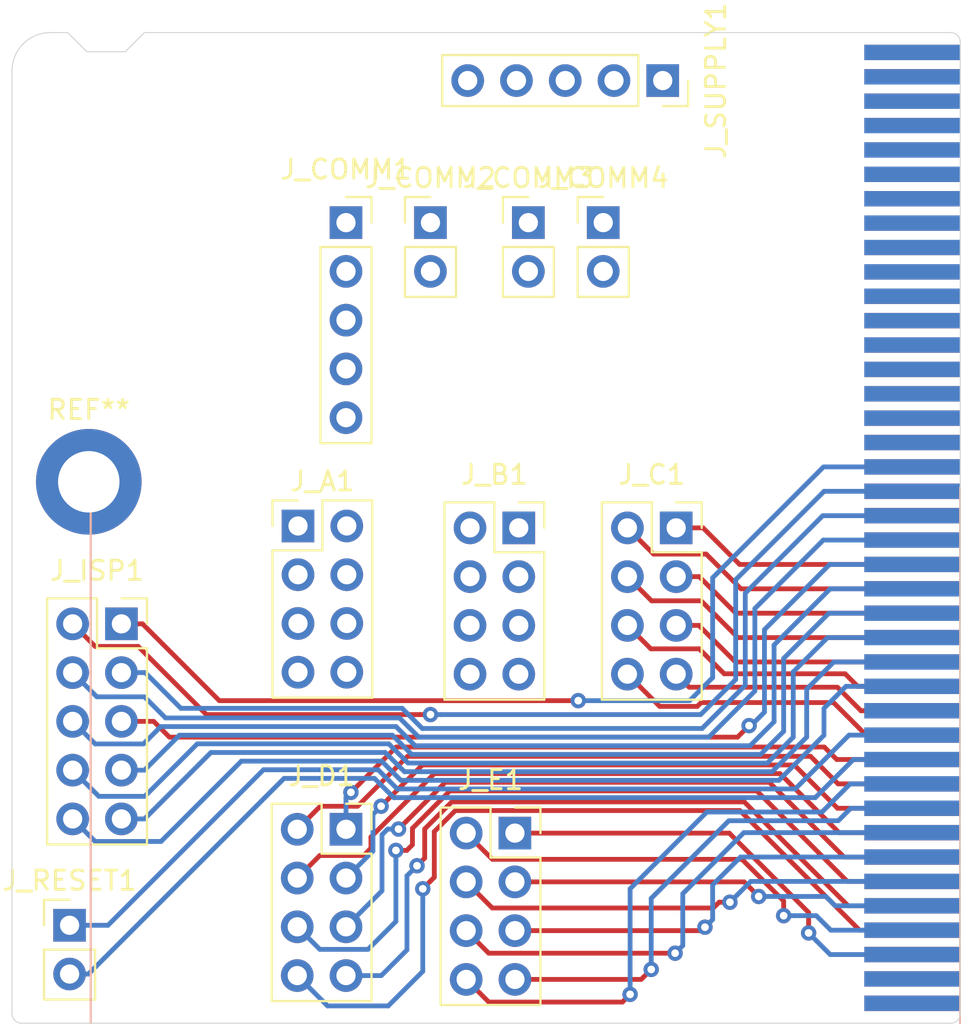
<source format=kicad_pcb>
(kicad_pcb (version 20171130) (host pcbnew "(5.1.2)-1")

  (general
    (thickness 1.6)
    (drawings 13)
    (tracks 304)
    (zones 0)
    (modules 14)
    (nets 69)
  )

  (page A4)
  (layers
    (0 F.Cu signal)
    (31 B.Cu signal)
    (32 B.Adhes user hide)
    (33 F.Adhes user hide)
    (34 B.Paste user hide)
    (35 F.Paste user hide)
    (36 B.SilkS user hide)
    (37 F.SilkS user)
    (38 B.Mask user hide)
    (39 F.Mask user hide)
    (40 Dwgs.User user hide)
    (41 Cmts.User user hide)
    (42 Eco1.User user hide)
    (43 Eco2.User user hide)
    (44 Edge.Cuts user)
    (45 Margin user hide)
    (46 B.CrtYd user hide)
    (47 F.CrtYd user hide)
    (48 B.Fab user hide)
    (49 F.Fab user hide)
  )

  (setup
    (last_trace_width 0.25)
    (trace_clearance 0.2)
    (zone_clearance 0.508)
    (zone_45_only no)
    (trace_min 0.2)
    (via_size 0.8)
    (via_drill 0.4)
    (via_min_size 0.4)
    (via_min_drill 0.3)
    (uvia_size 0.3)
    (uvia_drill 0.1)
    (uvias_allowed no)
    (uvia_min_size 0.2)
    (uvia_min_drill 0.1)
    (edge_width 0.05)
    (segment_width 0.2)
    (pcb_text_width 0.3)
    (pcb_text_size 1.5 1.5)
    (mod_edge_width 0.12)
    (mod_text_size 1 1)
    (mod_text_width 0.15)
    (pad_size 1.524 1.524)
    (pad_drill 0.762)
    (pad_to_mask_clearance 0.051)
    (solder_mask_min_width 0.25)
    (aux_axis_origin 0 0)
    (visible_elements 7FFFFFFF)
    (pcbplotparams
      (layerselection 0x010fc_ffffffff)
      (usegerberextensions false)
      (usegerberattributes false)
      (usegerberadvancedattributes false)
      (creategerberjobfile false)
      (excludeedgelayer true)
      (linewidth 0.100000)
      (plotframeref false)
      (viasonmask false)
      (mode 1)
      (useauxorigin false)
      (hpglpennumber 1)
      (hpglpenspeed 20)
      (hpglpendiameter 15.000000)
      (psnegative false)
      (psa4output false)
      (plotreference true)
      (plotvalue true)
      (plotinvisibletext false)
      (padsonsilk false)
      (subtractmaskfromsilk false)
      (outputformat 1)
      (mirror false)
      (drillshape 1)
      (scaleselection 1)
      (outputdirectory ""))
  )

  (net 0 "")
  (net 1 "Net-(J1-Pad76)")
  (net 2 "Net-(J1-Pad74)")
  (net 3 "Net-(J1-Pad72)")
  (net 4 "Net-(J1-Pad70)")
  (net 5 "Net-(J1-Pad68)")
  (net 6 "Net-(J1-Pad66)")
  (net 7 "Net-(J1-Pad64)")
  (net 8 "Net-(J1-Pad62)")
  (net 9 "Net-(J1-Pad60)")
  (net 10 "Net-(J1-Pad58)")
  (net 11 "Net-(J1-Pad54)")
  (net 12 "Net-(J1-Pad52)")
  (net 13 "Net-(J1-Pad50)")
  (net 14 "Net-(J1-Pad48)")
  (net 15 "Net-(J1-Pad46)")
  (net 16 "Net-(J1-Pad44)")
  (net 17 "Net-(J1-Pad42)")
  (net 18 "Net-(J1-Pad40)")
  (net 19 "Net-(J1-Pad38)")
  (net 20 "Net-(J1-Pad36)")
  (net 21 "Net-(J1-Pad32)")
  (net 22 "Net-(J1-Pad30)")
  (net 23 "Net-(J1-Pad28)")
  (net 24 "Net-(J1-Pad26)")
  (net 25 "Net-(J1-Pad24)")
  (net 26 "Net-(J1-Pad22)")
  (net 27 "Net-(J1-Pad20)")
  (net 28 "Net-(J1-Pad18)")
  (net 29 "Net-(J1-Pad16)")
  (net 30 "Net-(J1-Pad14)")
  (net 31 "Net-(J1-Pad12)")
  (net 32 "Net-(J1-Pad10)")
  (net 33 "Net-(J1-Pad73)")
  (net 34 "Net-(J1-Pad71)")
  (net 35 "Net-(J1-Pad69)")
  (net 36 "Net-(J1-Pad67)")
  (net 37 "Net-(J1-Pad65)")
  (net 38 "Net-(J1-Pad63)")
  (net 39 "Net-(J1-Pad61)")
  (net 40 "Net-(J1-Pad59)")
  (net 41 "Net-(J1-Pad57)")
  (net 42 "Net-(J1-Pad55)")
  (net 43 "Net-(J1-Pad53)")
  (net 44 "Net-(J1-Pad51)")
  (net 45 "Net-(J1-Pad49)")
  (net 46 "Net-(J1-Pad47)")
  (net 47 "Net-(J1-Pad45)")
  (net 48 "Net-(J1-Pad43)")
  (net 49 "Net-(J1-Pad41)")
  (net 50 "Net-(J1-Pad39)")
  (net 51 "Net-(J1-Pad37)")
  (net 52 "Net-(J1-Pad35)")
  (net 53 "Net-(J1-Pad33)")
  (net 54 "Net-(J1-Pad31)")
  (net 55 "Net-(J1-Pad29)")
  (net 56 "Net-(J1-Pad27)")
  (net 57 "Net-(J1-Pad25)")
  (net 58 "Net-(J1-Pad23)")
  (net 59 "Net-(J1-Pad21)")
  (net 60 "Net-(J1-Pad19)")
  (net 61 "Net-(J1-Pad17)")
  (net 62 "Net-(J1-Pad15)")
  (net 63 "Net-(J1-Pad13)")
  (net 64 "Net-(J1-Pad11)")
  (net 65 "Net-(J1-Pad7)")
  (net 66 "Net-(J1-Pad5)")
  (net 67 "Net-(J1-Pad3)")
  (net 68 GND)

  (net_class Default "This is the default net class."
    (clearance 0.2)
    (trace_width 0.25)
    (via_dia 0.8)
    (via_drill 0.4)
    (uvia_dia 0.3)
    (uvia_drill 0.1)
    (add_net GND)
    (add_net "Net-(J1-Pad10)")
    (add_net "Net-(J1-Pad11)")
    (add_net "Net-(J1-Pad12)")
    (add_net "Net-(J1-Pad13)")
    (add_net "Net-(J1-Pad14)")
    (add_net "Net-(J1-Pad15)")
    (add_net "Net-(J1-Pad16)")
    (add_net "Net-(J1-Pad17)")
    (add_net "Net-(J1-Pad18)")
    (add_net "Net-(J1-Pad19)")
    (add_net "Net-(J1-Pad20)")
    (add_net "Net-(J1-Pad21)")
    (add_net "Net-(J1-Pad22)")
    (add_net "Net-(J1-Pad23)")
    (add_net "Net-(J1-Pad24)")
    (add_net "Net-(J1-Pad25)")
    (add_net "Net-(J1-Pad26)")
    (add_net "Net-(J1-Pad27)")
    (add_net "Net-(J1-Pad28)")
    (add_net "Net-(J1-Pad29)")
    (add_net "Net-(J1-Pad3)")
    (add_net "Net-(J1-Pad30)")
    (add_net "Net-(J1-Pad31)")
    (add_net "Net-(J1-Pad32)")
    (add_net "Net-(J1-Pad33)")
    (add_net "Net-(J1-Pad34)")
    (add_net "Net-(J1-Pad35)")
    (add_net "Net-(J1-Pad36)")
    (add_net "Net-(J1-Pad37)")
    (add_net "Net-(J1-Pad38)")
    (add_net "Net-(J1-Pad39)")
    (add_net "Net-(J1-Pad40)")
    (add_net "Net-(J1-Pad41)")
    (add_net "Net-(J1-Pad42)")
    (add_net "Net-(J1-Pad43)")
    (add_net "Net-(J1-Pad44)")
    (add_net "Net-(J1-Pad45)")
    (add_net "Net-(J1-Pad46)")
    (add_net "Net-(J1-Pad47)")
    (add_net "Net-(J1-Pad48)")
    (add_net "Net-(J1-Pad49)")
    (add_net "Net-(J1-Pad5)")
    (add_net "Net-(J1-Pad50)")
    (add_net "Net-(J1-Pad51)")
    (add_net "Net-(J1-Pad52)")
    (add_net "Net-(J1-Pad53)")
    (add_net "Net-(J1-Pad54)")
    (add_net "Net-(J1-Pad55)")
    (add_net "Net-(J1-Pad56)")
    (add_net "Net-(J1-Pad57)")
    (add_net "Net-(J1-Pad58)")
    (add_net "Net-(J1-Pad59)")
    (add_net "Net-(J1-Pad60)")
    (add_net "Net-(J1-Pad61)")
    (add_net "Net-(J1-Pad62)")
    (add_net "Net-(J1-Pad63)")
    (add_net "Net-(J1-Pad64)")
    (add_net "Net-(J1-Pad65)")
    (add_net "Net-(J1-Pad66)")
    (add_net "Net-(J1-Pad67)")
    (add_net "Net-(J1-Pad68)")
    (add_net "Net-(J1-Pad69)")
    (add_net "Net-(J1-Pad7)")
    (add_net "Net-(J1-Pad70)")
    (add_net "Net-(J1-Pad71)")
    (add_net "Net-(J1-Pad72)")
    (add_net "Net-(J1-Pad73)")
    (add_net "Net-(J1-Pad74)")
    (add_net "Net-(J1-Pad75)")
    (add_net "Net-(J1-Pad76)")
  )

  (module Connector_PinSocket_2.54mm:PinSocket_2x04_P2.54mm_Vertical (layer F.Cu) (tedit 5A19A422) (tstamp 5F8FBD8C)
    (at 131.5 79.5)
    (descr "Through hole straight socket strip, 2x04, 2.54mm pitch, double cols (from Kicad 4.0.7), script generated")
    (tags "Through hole socket strip THT 2x04 2.54mm double row")
    (path /5F908343)
    (fp_text reference J_D1 (at -1.27 -2.77) (layer F.SilkS)
      (effects (font (size 1 1) (thickness 0.15)))
    )
    (fp_text value Conn_02x04_Counter_Clockwise (at -1.27 10.39) (layer F.Fab)
      (effects (font (size 1 1) (thickness 0.15)))
    )
    (fp_text user %R (at -1.27 3.81 90) (layer F.Fab)
      (effects (font (size 1 1) (thickness 0.15)))
    )
    (fp_line (start -4.34 9.4) (end -4.34 -1.8) (layer F.CrtYd) (width 0.05))
    (fp_line (start 1.76 9.4) (end -4.34 9.4) (layer F.CrtYd) (width 0.05))
    (fp_line (start 1.76 -1.8) (end 1.76 9.4) (layer F.CrtYd) (width 0.05))
    (fp_line (start -4.34 -1.8) (end 1.76 -1.8) (layer F.CrtYd) (width 0.05))
    (fp_line (start 0 -1.33) (end 1.33 -1.33) (layer F.SilkS) (width 0.12))
    (fp_line (start 1.33 -1.33) (end 1.33 0) (layer F.SilkS) (width 0.12))
    (fp_line (start -1.27 -1.33) (end -1.27 1.27) (layer F.SilkS) (width 0.12))
    (fp_line (start -1.27 1.27) (end 1.33 1.27) (layer F.SilkS) (width 0.12))
    (fp_line (start 1.33 1.27) (end 1.33 8.95) (layer F.SilkS) (width 0.12))
    (fp_line (start -3.87 8.95) (end 1.33 8.95) (layer F.SilkS) (width 0.12))
    (fp_line (start -3.87 -1.33) (end -3.87 8.95) (layer F.SilkS) (width 0.12))
    (fp_line (start -3.87 -1.33) (end -1.27 -1.33) (layer F.SilkS) (width 0.12))
    (fp_line (start -3.81 8.89) (end -3.81 -1.27) (layer F.Fab) (width 0.1))
    (fp_line (start 1.27 8.89) (end -3.81 8.89) (layer F.Fab) (width 0.1))
    (fp_line (start 1.27 -0.27) (end 1.27 8.89) (layer F.Fab) (width 0.1))
    (fp_line (start 0.27 -1.27) (end 1.27 -0.27) (layer F.Fab) (width 0.1))
    (fp_line (start -3.81 -1.27) (end 0.27 -1.27) (layer F.Fab) (width 0.1))
    (pad 8 thru_hole oval (at -2.54 7.62) (size 1.7 1.7) (drill 1) (layers *.Cu *.Mask)
      (net 33 "Net-(J1-Pad73)"))
    (pad 7 thru_hole oval (at 0 7.62) (size 1.7 1.7) (drill 1) (layers *.Cu *.Mask)
      (net 34 "Net-(J1-Pad71)"))
    (pad 6 thru_hole oval (at -2.54 5.08) (size 1.7 1.7) (drill 1) (layers *.Cu *.Mask)
      (net 35 "Net-(J1-Pad69)"))
    (pad 5 thru_hole oval (at 0 5.08) (size 1.7 1.7) (drill 1) (layers *.Cu *.Mask)
      (net 36 "Net-(J1-Pad67)"))
    (pad 4 thru_hole oval (at -2.54 2.54) (size 1.7 1.7) (drill 1) (layers *.Cu *.Mask)
      (net 37 "Net-(J1-Pad65)"))
    (pad 3 thru_hole oval (at 0 2.54) (size 1.7 1.7) (drill 1) (layers *.Cu *.Mask)
      (net 38 "Net-(J1-Pad63)"))
    (pad 2 thru_hole oval (at -2.54 0) (size 1.7 1.7) (drill 1) (layers *.Cu *.Mask)
      (net 39 "Net-(J1-Pad61)"))
    (pad 1 thru_hole rect (at 0 0) (size 1.7 1.7) (drill 1) (layers *.Cu *.Mask)
      (net 40 "Net-(J1-Pad59)"))
    (model ${KISYS3DMOD}/Connector_PinSocket_2.54mm.3dshapes/PinSocket_2x04_P2.54mm_Vertical.wrl
      (at (xyz 0 0 0))
      (scale (xyz 1 1 1))
      (rotate (xyz 0 0 0))
    )
  )

  (module MountingHole:MountingHole_3.2mm_M3_ISO14580_Pad (layer F.Cu) (tedit 56D1B4CB) (tstamp 5F8FDB10)
    (at 118.1 61.4)
    (descr "Mounting Hole 3.2mm, M3, ISO14580")
    (tags "mounting hole 3.2mm m3 iso14580")
    (attr virtual)
    (fp_text reference REF** (at 0 -3.75) (layer F.SilkS)
      (effects (font (size 1 1) (thickness 0.15)))
    )
    (fp_text value MountingHole_3.2mm_M3_ISO14580_Pad (at 0 3.75) (layer F.Fab)
      (effects (font (size 1 1) (thickness 0.15)))
    )
    (fp_circle (center 0 0) (end 3 0) (layer F.CrtYd) (width 0.05))
    (fp_circle (center 0 0) (end 2.75 0) (layer Cmts.User) (width 0.15))
    (fp_text user %R (at 0.3 0) (layer F.Fab)
      (effects (font (size 1 1) (thickness 0.15)))
    )
    (pad 1 thru_hole circle (at 0 0) (size 5.5 5.5) (drill 3.2) (layers *.Cu *.Mask))
  )

  (module qboards_connectors:modboard_edge_connector (layer F.Cu) (tedit 5F8F34E3) (tstamp 5F8FB379)
    (at 161 38)
    (path /5F91C3AB)
    (fp_text reference J1 (at 0 -1) (layer F.SilkS) hide
      (effects (font (size 1 1) (thickness 0.15)))
    )
    (fp_text value modboard-edge-connector (at 3.5 24.5 270) (layer F.Fab)
      (effects (font (size 1 1) (thickness 0.15)))
    )
    (fp_line (start 2 0) (end -3 0) (layer Dwgs.User) (width 0.12))
    (fp_line (start 2 51.6) (end -3 51.6) (layer Dwgs.User) (width 0.12))
    (fp_arc (start 2 51.1) (end 2 51.6) (angle -90) (layer Dwgs.User) (width 0.12))
    (fp_arc (start 2 0.5) (end 2.5 0.5) (angle -90) (layer Dwgs.User) (width 0.12))
    (fp_line (start 2.5 0.5) (end 2.5 51.1) (layer Dwgs.User) (width 0.12))
    (pad 80 smd rect (at 0 50.565) (size 5 0.8) (layers B.Cu B.Paste B.Mask)
      (net 68 GND))
    (pad 78 smd rect (at 0 49.295) (size 5 0.8) (layers B.Cu B.Paste B.Mask)
      (net 67 "Net-(J1-Pad3)"))
    (pad 76 smd rect (at 0 48.025) (size 5 0.8) (layers B.Cu B.Paste B.Mask)
      (net 1 "Net-(J1-Pad76)"))
    (pad 74 smd rect (at 0 46.755) (size 5 0.8) (layers B.Cu B.Paste B.Mask)
      (net 2 "Net-(J1-Pad74)"))
    (pad 72 smd rect (at 0 45.485) (size 5 0.8) (layers B.Cu B.Paste B.Mask)
      (net 3 "Net-(J1-Pad72)"))
    (pad 70 smd rect (at 0 44.215) (size 5 0.8) (layers B.Cu B.Paste B.Mask)
      (net 4 "Net-(J1-Pad70)"))
    (pad 68 smd rect (at 0 42.945) (size 5 0.8) (layers B.Cu B.Paste B.Mask)
      (net 5 "Net-(J1-Pad68)"))
    (pad 66 smd rect (at 0 41.675) (size 5 0.8) (layers B.Cu B.Paste B.Mask)
      (net 6 "Net-(J1-Pad66)"))
    (pad 64 smd rect (at 0 40.405) (size 5 0.8) (layers B.Cu B.Paste B.Mask)
      (net 7 "Net-(J1-Pad64)"))
    (pad 62 smd rect (at 0 39.135) (size 5 0.8) (layers B.Cu B.Paste B.Mask)
      (net 8 "Net-(J1-Pad62)"))
    (pad 60 smd rect (at 0 37.865) (size 5 0.8) (layers B.Cu B.Paste B.Mask)
      (net 9 "Net-(J1-Pad60)"))
    (pad 58 smd rect (at 0 36.595) (size 5 0.8) (layers B.Cu B.Paste B.Mask)
      (net 10 "Net-(J1-Pad58)"))
    (pad 56 smd rect (at 0 35.325) (size 5 0.8) (layers B.Cu B.Paste B.Mask))
    (pad 54 smd rect (at 0 34.055) (size 5 0.8) (layers B.Cu B.Paste B.Mask)
      (net 11 "Net-(J1-Pad54)"))
    (pad 52 smd rect (at 0 32.785) (size 5 0.8) (layers B.Cu B.Paste B.Mask)
      (net 12 "Net-(J1-Pad52)"))
    (pad 50 smd rect (at 0 31.515) (size 5 0.8) (layers B.Cu B.Paste B.Mask)
      (net 13 "Net-(J1-Pad50)"))
    (pad 48 smd rect (at 0 30.245) (size 5 0.8) (layers B.Cu B.Paste B.Mask)
      (net 14 "Net-(J1-Pad48)"))
    (pad 46 smd rect (at 0 28.975) (size 5 0.8) (layers B.Cu B.Paste B.Mask)
      (net 15 "Net-(J1-Pad46)"))
    (pad 44 smd rect (at 0 27.705) (size 5 0.8) (layers B.Cu B.Paste B.Mask)
      (net 16 "Net-(J1-Pad44)"))
    (pad 42 smd rect (at 0 26.435) (size 5 0.8) (layers B.Cu B.Paste B.Mask)
      (net 17 "Net-(J1-Pad42)"))
    (pad 40 smd rect (at 0 25.165) (size 5 0.8) (layers B.Cu B.Paste B.Mask)
      (net 18 "Net-(J1-Pad40)"))
    (pad 38 smd rect (at 0 23.895) (size 5 0.8) (layers B.Cu B.Paste B.Mask)
      (net 19 "Net-(J1-Pad38)"))
    (pad 36 smd rect (at 0 22.625) (size 5 0.8) (layers B.Cu B.Paste B.Mask)
      (net 20 "Net-(J1-Pad36)"))
    (pad 34 smd rect (at 0 21.355) (size 5 0.8) (layers B.Cu B.Paste B.Mask))
    (pad 32 smd rect (at 0 20.085) (size 5 0.8) (layers B.Cu B.Paste B.Mask)
      (net 21 "Net-(J1-Pad32)"))
    (pad 30 smd rect (at 0 18.815) (size 5 0.8) (layers B.Cu B.Paste B.Mask)
      (net 22 "Net-(J1-Pad30)"))
    (pad 28 smd rect (at 0 17.545) (size 5 0.8) (layers B.Cu B.Paste B.Mask)
      (net 23 "Net-(J1-Pad28)"))
    (pad 26 smd rect (at 0 16.275) (size 5 0.8) (layers B.Cu B.Paste B.Mask)
      (net 24 "Net-(J1-Pad26)"))
    (pad 24 smd rect (at 0 15.005) (size 5 0.8) (layers B.Cu B.Paste B.Mask)
      (net 25 "Net-(J1-Pad24)"))
    (pad 22 smd rect (at 0 13.735) (size 5 0.8) (layers B.Cu B.Paste B.Mask)
      (net 26 "Net-(J1-Pad22)"))
    (pad 20 smd rect (at 0 12.465) (size 5 0.8) (layers B.Cu B.Paste B.Mask)
      (net 27 "Net-(J1-Pad20)"))
    (pad 18 smd rect (at 0 11.195) (size 5 0.8) (layers B.Cu B.Paste B.Mask)
      (net 28 "Net-(J1-Pad18)"))
    (pad 16 smd rect (at 0 9.925) (size 5 0.8) (layers B.Cu B.Paste B.Mask)
      (net 29 "Net-(J1-Pad16)"))
    (pad 14 smd rect (at 0 8.655) (size 5 0.8) (layers B.Cu B.Paste B.Mask)
      (net 30 "Net-(J1-Pad14)"))
    (pad 12 smd rect (at 0 7.385) (size 5 0.8) (layers B.Cu B.Paste B.Mask)
      (net 31 "Net-(J1-Pad12)"))
    (pad 10 smd rect (at 0 6.115) (size 5 0.8) (layers B.Cu B.Paste B.Mask)
      (net 32 "Net-(J1-Pad10)"))
    (pad 8 smd rect (at 0 4.845) (size 5 0.8) (layers B.Cu B.Paste B.Mask)
      (net 65 "Net-(J1-Pad7)"))
    (pad 6 smd rect (at 0 3.575) (size 5 0.8) (layers B.Cu B.Paste B.Mask)
      (net 66 "Net-(J1-Pad5)"))
    (pad 4 smd rect (at 0 2.305) (size 5 0.8) (layers B.Cu B.Paste B.Mask)
      (net 67 "Net-(J1-Pad3)"))
    (pad 2 smd rect (at 0 1.035) (size 5 0.8) (layers B.Cu B.Paste B.Mask)
      (net 68 GND))
    (pad 79 smd rect (at 0 50.565) (size 5 0.8) (layers F.Cu F.Paste F.Mask)
      (net 68 GND))
    (pad 77 smd rect (at 0 49.295) (size 5 0.8) (layers F.Cu F.Paste F.Mask)
      (net 67 "Net-(J1-Pad3)"))
    (pad 75 smd rect (at 0 48.025) (size 5 0.8) (layers F.Cu F.Paste F.Mask))
    (pad 73 smd rect (at 0 46.755) (size 5 0.8) (layers F.Cu F.Paste F.Mask)
      (net 33 "Net-(J1-Pad73)"))
    (pad 71 smd rect (at 0 45.485) (size 5 0.8) (layers F.Cu F.Paste F.Mask)
      (net 34 "Net-(J1-Pad71)"))
    (pad 69 smd rect (at 0 44.215) (size 5 0.8) (layers F.Cu F.Paste F.Mask)
      (net 35 "Net-(J1-Pad69)"))
    (pad 67 smd rect (at 0 42.945) (size 5 0.8) (layers F.Cu F.Paste F.Mask)
      (net 36 "Net-(J1-Pad67)"))
    (pad 65 smd rect (at 0 41.675) (size 5 0.8) (layers F.Cu F.Paste F.Mask)
      (net 37 "Net-(J1-Pad65)"))
    (pad 63 smd rect (at 0 40.405) (size 5 0.8) (layers F.Cu F.Paste F.Mask)
      (net 38 "Net-(J1-Pad63)"))
    (pad 61 smd rect (at 0 39.135) (size 5 0.8) (layers F.Cu F.Paste F.Mask)
      (net 39 "Net-(J1-Pad61)"))
    (pad 59 smd rect (at 0 37.865) (size 5 0.8) (layers F.Cu F.Paste F.Mask)
      (net 40 "Net-(J1-Pad59)"))
    (pad 57 smd rect (at 0 36.595) (size 5 0.8) (layers F.Cu F.Paste F.Mask)
      (net 41 "Net-(J1-Pad57)"))
    (pad 55 smd rect (at 0 35.325) (size 5 0.8) (layers F.Cu F.Paste F.Mask)
      (net 42 "Net-(J1-Pad55)"))
    (pad 53 smd rect (at 0 34.055) (size 5 0.8) (layers F.Cu F.Paste F.Mask)
      (net 43 "Net-(J1-Pad53)"))
    (pad 51 smd rect (at 0 32.785) (size 5 0.8) (layers F.Cu F.Paste F.Mask)
      (net 44 "Net-(J1-Pad51)"))
    (pad 49 smd rect (at 0 31.515) (size 5 0.8) (layers F.Cu F.Paste F.Mask)
      (net 45 "Net-(J1-Pad49)"))
    (pad 47 smd rect (at 0 30.245) (size 5 0.8) (layers F.Cu F.Paste F.Mask)
      (net 46 "Net-(J1-Pad47)"))
    (pad 45 smd rect (at 0 28.975) (size 5 0.8) (layers F.Cu F.Paste F.Mask)
      (net 47 "Net-(J1-Pad45)"))
    (pad 43 smd rect (at 0 27.705) (size 5 0.8) (layers F.Cu F.Paste F.Mask)
      (net 48 "Net-(J1-Pad43)"))
    (pad 41 smd rect (at 0 26.435) (size 5 0.8) (layers F.Cu F.Paste F.Mask)
      (net 49 "Net-(J1-Pad41)"))
    (pad 39 smd rect (at 0 25.165) (size 5 0.8) (layers F.Cu F.Paste F.Mask)
      (net 50 "Net-(J1-Pad39)"))
    (pad 37 smd rect (at 0 23.895) (size 5 0.8) (layers F.Cu F.Paste F.Mask)
      (net 51 "Net-(J1-Pad37)"))
    (pad 35 smd rect (at 0 22.625) (size 5 0.8) (layers F.Cu F.Paste F.Mask)
      (net 52 "Net-(J1-Pad35)"))
    (pad 33 smd rect (at 0 21.355) (size 5 0.8) (layers F.Cu F.Paste F.Mask)
      (net 53 "Net-(J1-Pad33)"))
    (pad 31 smd rect (at 0 20.085) (size 5 0.8) (layers F.Cu F.Paste F.Mask)
      (net 54 "Net-(J1-Pad31)"))
    (pad 29 smd rect (at 0 18.815) (size 5 0.8) (layers F.Cu F.Paste F.Mask)
      (net 55 "Net-(J1-Pad29)"))
    (pad 27 smd rect (at 0 17.545) (size 5 0.8) (layers F.Cu F.Paste F.Mask)
      (net 56 "Net-(J1-Pad27)"))
    (pad 25 smd rect (at 0 16.275) (size 5 0.8) (layers F.Cu F.Paste F.Mask)
      (net 57 "Net-(J1-Pad25)"))
    (pad 23 smd rect (at 0 15.005) (size 5 0.8) (layers F.Cu F.Paste F.Mask)
      (net 58 "Net-(J1-Pad23)"))
    (pad 21 smd rect (at 0 13.735) (size 5 0.8) (layers F.Cu F.Paste F.Mask)
      (net 59 "Net-(J1-Pad21)"))
    (pad 19 smd rect (at 0 12.465) (size 5 0.8) (layers F.Cu F.Paste F.Mask)
      (net 60 "Net-(J1-Pad19)"))
    (pad 17 smd rect (at 0 11.195) (size 5 0.8) (layers F.Cu F.Paste F.Mask)
      (net 61 "Net-(J1-Pad17)"))
    (pad 15 smd rect (at 0 9.925) (size 5 0.8) (layers F.Cu F.Paste F.Mask)
      (net 62 "Net-(J1-Pad15)"))
    (pad 13 smd rect (at 0 8.655) (size 5 0.8) (layers F.Cu F.Paste F.Mask)
      (net 63 "Net-(J1-Pad13)"))
    (pad 11 smd rect (at 0 7.385) (size 5 0.8) (layers F.Cu F.Paste F.Mask)
      (net 64 "Net-(J1-Pad11)"))
    (pad 9 smd rect (at 0 6.115) (size 5 0.8) (layers F.Cu F.Paste F.Mask)
      (net 32 "Net-(J1-Pad10)"))
    (pad 7 smd rect (at 0 4.845) (size 5 0.8) (layers F.Cu F.Paste F.Mask)
      (net 65 "Net-(J1-Pad7)"))
    (pad 5 smd rect (at 0 3.575) (size 5 0.8) (layers F.Cu F.Paste F.Mask)
      (net 66 "Net-(J1-Pad5)"))
    (pad 3 smd rect (at 0 2.305) (size 5 0.8) (layers F.Cu F.Paste F.Mask)
      (net 67 "Net-(J1-Pad3)"))
    (pad 1 smd rect (at 0 1.035) (size 5 0.8) (layers F.Cu F.Paste F.Mask)
      (net 68 GND))
  )

  (module Connector_PinSocket_2.54mm:PinSocket_2x04_P2.54mm_Vertical (layer F.Cu) (tedit 5A19A422) (tstamp 5F8FBDD6)
    (at 140.3 79.7)
    (descr "Through hole straight socket strip, 2x04, 2.54mm pitch, double cols (from Kicad 4.0.7), script generated")
    (tags "Through hole socket strip THT 2x04 2.54mm double row")
    (path /5F90AA72)
    (fp_text reference J_E1 (at -1.27 -2.77) (layer F.SilkS)
      (effects (font (size 1 1) (thickness 0.15)))
    )
    (fp_text value Conn_02x04_Counter_Clockwise (at -1.27 10.39) (layer F.Fab)
      (effects (font (size 1 1) (thickness 0.15)))
    )
    (fp_text user %R (at -1.27 3.81 90) (layer F.Fab)
      (effects (font (size 1 1) (thickness 0.15)))
    )
    (fp_line (start -4.34 9.4) (end -4.34 -1.8) (layer F.CrtYd) (width 0.05))
    (fp_line (start 1.76 9.4) (end -4.34 9.4) (layer F.CrtYd) (width 0.05))
    (fp_line (start 1.76 -1.8) (end 1.76 9.4) (layer F.CrtYd) (width 0.05))
    (fp_line (start -4.34 -1.8) (end 1.76 -1.8) (layer F.CrtYd) (width 0.05))
    (fp_line (start 0 -1.33) (end 1.33 -1.33) (layer F.SilkS) (width 0.12))
    (fp_line (start 1.33 -1.33) (end 1.33 0) (layer F.SilkS) (width 0.12))
    (fp_line (start -1.27 -1.33) (end -1.27 1.27) (layer F.SilkS) (width 0.12))
    (fp_line (start -1.27 1.27) (end 1.33 1.27) (layer F.SilkS) (width 0.12))
    (fp_line (start 1.33 1.27) (end 1.33 8.95) (layer F.SilkS) (width 0.12))
    (fp_line (start -3.87 8.95) (end 1.33 8.95) (layer F.SilkS) (width 0.12))
    (fp_line (start -3.87 -1.33) (end -3.87 8.95) (layer F.SilkS) (width 0.12))
    (fp_line (start -3.87 -1.33) (end -1.27 -1.33) (layer F.SilkS) (width 0.12))
    (fp_line (start -3.81 8.89) (end -3.81 -1.27) (layer F.Fab) (width 0.1))
    (fp_line (start 1.27 8.89) (end -3.81 8.89) (layer F.Fab) (width 0.1))
    (fp_line (start 1.27 -0.27) (end 1.27 8.89) (layer F.Fab) (width 0.1))
    (fp_line (start 0.27 -1.27) (end 1.27 -0.27) (layer F.Fab) (width 0.1))
    (fp_line (start -3.81 -1.27) (end 0.27 -1.27) (layer F.Fab) (width 0.1))
    (pad 8 thru_hole oval (at -2.54 7.62) (size 1.7 1.7) (drill 1) (layers *.Cu *.Mask)
      (net 8 "Net-(J1-Pad62)"))
    (pad 7 thru_hole oval (at 0 7.62) (size 1.7 1.7) (drill 1) (layers *.Cu *.Mask)
      (net 7 "Net-(J1-Pad64)"))
    (pad 6 thru_hole oval (at -2.54 5.08) (size 1.7 1.7) (drill 1) (layers *.Cu *.Mask)
      (net 6 "Net-(J1-Pad66)"))
    (pad 5 thru_hole oval (at 0 5.08) (size 1.7 1.7) (drill 1) (layers *.Cu *.Mask)
      (net 5 "Net-(J1-Pad68)"))
    (pad 4 thru_hole oval (at -2.54 2.54) (size 1.7 1.7) (drill 1) (layers *.Cu *.Mask)
      (net 4 "Net-(J1-Pad70)"))
    (pad 3 thru_hole oval (at 0 2.54) (size 1.7 1.7) (drill 1) (layers *.Cu *.Mask)
      (net 3 "Net-(J1-Pad72)"))
    (pad 2 thru_hole oval (at -2.54 0) (size 1.7 1.7) (drill 1) (layers *.Cu *.Mask)
      (net 2 "Net-(J1-Pad74)"))
    (pad 1 thru_hole rect (at 0 0) (size 1.7 1.7) (drill 1) (layers *.Cu *.Mask)
      (net 1 "Net-(J1-Pad76)"))
    (model ${KISYS3DMOD}/Connector_PinSocket_2.54mm.3dshapes/PinSocket_2x04_P2.54mm_Vertical.wrl
      (at (xyz 0 0 0))
      (scale (xyz 1 1 1))
      (rotate (xyz 0 0 0))
    )
  )

  (module Connector_PinSocket_2.54mm:PinSocket_2x05_P2.54mm_Vertical (layer F.Cu) (tedit 5A19A42B) (tstamp 5F8FBD03)
    (at 119.8 68.8)
    (descr "Through hole straight socket strip, 2x05, 2.54mm pitch, double cols (from Kicad 4.0.7), script generated")
    (tags "Through hole socket strip THT 2x05 2.54mm double row")
    (path /5F8FD2DB)
    (fp_text reference J_ISP1 (at -1.27 -2.77) (layer F.SilkS)
      (effects (font (size 1 1) (thickness 0.15)))
    )
    (fp_text value Conn_02x05_Counter_Clockwise (at -1.27 12.93) (layer F.Fab)
      (effects (font (size 1 1) (thickness 0.15)))
    )
    (fp_text user %R (at -1.27 5.08 90) (layer F.Fab)
      (effects (font (size 1 1) (thickness 0.15)))
    )
    (fp_line (start -4.34 11.9) (end -4.34 -1.8) (layer F.CrtYd) (width 0.05))
    (fp_line (start 1.76 11.9) (end -4.34 11.9) (layer F.CrtYd) (width 0.05))
    (fp_line (start 1.76 -1.8) (end 1.76 11.9) (layer F.CrtYd) (width 0.05))
    (fp_line (start -4.34 -1.8) (end 1.76 -1.8) (layer F.CrtYd) (width 0.05))
    (fp_line (start 0 -1.33) (end 1.33 -1.33) (layer F.SilkS) (width 0.12))
    (fp_line (start 1.33 -1.33) (end 1.33 0) (layer F.SilkS) (width 0.12))
    (fp_line (start -1.27 -1.33) (end -1.27 1.27) (layer F.SilkS) (width 0.12))
    (fp_line (start -1.27 1.27) (end 1.33 1.27) (layer F.SilkS) (width 0.12))
    (fp_line (start 1.33 1.27) (end 1.33 11.49) (layer F.SilkS) (width 0.12))
    (fp_line (start -3.87 11.49) (end 1.33 11.49) (layer F.SilkS) (width 0.12))
    (fp_line (start -3.87 -1.33) (end -3.87 11.49) (layer F.SilkS) (width 0.12))
    (fp_line (start -3.87 -1.33) (end -1.27 -1.33) (layer F.SilkS) (width 0.12))
    (fp_line (start -3.81 11.43) (end -3.81 -1.27) (layer F.Fab) (width 0.1))
    (fp_line (start 1.27 11.43) (end -3.81 11.43) (layer F.Fab) (width 0.1))
    (fp_line (start 1.27 -0.27) (end 1.27 11.43) (layer F.Fab) (width 0.1))
    (fp_line (start 0.27 -1.27) (end 1.27 -0.27) (layer F.Fab) (width 0.1))
    (fp_line (start -3.81 -1.27) (end 0.27 -1.27) (layer F.Fab) (width 0.1))
    (pad 10 thru_hole oval (at -2.54 10.16) (size 1.7 1.7) (drill 1) (layers *.Cu *.Mask)
      (net 11 "Net-(J1-Pad54)"))
    (pad 9 thru_hole oval (at 0 10.16) (size 1.7 1.7) (drill 1) (layers *.Cu *.Mask)
      (net 12 "Net-(J1-Pad52)"))
    (pad 8 thru_hole oval (at -2.54 7.62) (size 1.7 1.7) (drill 1) (layers *.Cu *.Mask)
      (net 13 "Net-(J1-Pad50)"))
    (pad 7 thru_hole oval (at 0 7.62) (size 1.7 1.7) (drill 1) (layers *.Cu *.Mask)
      (net 14 "Net-(J1-Pad48)"))
    (pad 6 thru_hole oval (at -2.54 5.08) (size 1.7 1.7) (drill 1) (layers *.Cu *.Mask)
      (net 15 "Net-(J1-Pad46)"))
    (pad 5 thru_hole oval (at 0 5.08) (size 1.7 1.7) (drill 1) (layers *.Cu *.Mask)
      (net 16 "Net-(J1-Pad44)"))
    (pad 4 thru_hole oval (at -2.54 2.54) (size 1.7 1.7) (drill 1) (layers *.Cu *.Mask)
      (net 17 "Net-(J1-Pad42)"))
    (pad 3 thru_hole oval (at 0 2.54) (size 1.7 1.7) (drill 1) (layers *.Cu *.Mask)
      (net 18 "Net-(J1-Pad40)"))
    (pad 2 thru_hole oval (at -2.54 0) (size 1.7 1.7) (drill 1) (layers *.Cu *.Mask)
      (net 19 "Net-(J1-Pad38)"))
    (pad 1 thru_hole rect (at 0 0) (size 1.7 1.7) (drill 1) (layers *.Cu *.Mask)
      (net 20 "Net-(J1-Pad36)"))
    (model ${KISYS3DMOD}/Connector_PinSocket_2.54mm.3dshapes/PinSocket_2x05_P2.54mm_Vertical.wrl
      (at (xyz 0 0 0))
      (scale (xyz 1 1 1))
      (rotate (xyz 0 0 0))
    )
  )

  (module Connector_PinHeader_2.54mm:PinHeader_1x02_P2.54mm_Vertical (layer F.Cu) (tedit 59FED5CC) (tstamp 5F8FBDB8)
    (at 144.9 47.9)
    (descr "Through hole straight pin header, 1x02, 2.54mm pitch, single row")
    (tags "Through hole pin header THT 1x02 2.54mm single row")
    (path /5F955288)
    (fp_text reference J_COMM4 (at 0 -2.33) (layer F.SilkS)
      (effects (font (size 1 1) (thickness 0.15)))
    )
    (fp_text value Conn_01x02 (at 0 4.87) (layer F.Fab)
      (effects (font (size 1 1) (thickness 0.15)))
    )
    (fp_text user %R (at 0 1.27 90) (layer F.Fab)
      (effects (font (size 1 1) (thickness 0.15)))
    )
    (fp_line (start 1.8 -1.8) (end -1.8 -1.8) (layer F.CrtYd) (width 0.05))
    (fp_line (start 1.8 4.35) (end 1.8 -1.8) (layer F.CrtYd) (width 0.05))
    (fp_line (start -1.8 4.35) (end 1.8 4.35) (layer F.CrtYd) (width 0.05))
    (fp_line (start -1.8 -1.8) (end -1.8 4.35) (layer F.CrtYd) (width 0.05))
    (fp_line (start -1.33 -1.33) (end 0 -1.33) (layer F.SilkS) (width 0.12))
    (fp_line (start -1.33 0) (end -1.33 -1.33) (layer F.SilkS) (width 0.12))
    (fp_line (start -1.33 1.27) (end 1.33 1.27) (layer F.SilkS) (width 0.12))
    (fp_line (start 1.33 1.27) (end 1.33 3.87) (layer F.SilkS) (width 0.12))
    (fp_line (start -1.33 1.27) (end -1.33 3.87) (layer F.SilkS) (width 0.12))
    (fp_line (start -1.33 3.87) (end 1.33 3.87) (layer F.SilkS) (width 0.12))
    (fp_line (start -1.27 -0.635) (end -0.635 -1.27) (layer F.Fab) (width 0.1))
    (fp_line (start -1.27 3.81) (end -1.27 -0.635) (layer F.Fab) (width 0.1))
    (fp_line (start 1.27 3.81) (end -1.27 3.81) (layer F.Fab) (width 0.1))
    (fp_line (start 1.27 -1.27) (end 1.27 3.81) (layer F.Fab) (width 0.1))
    (fp_line (start -0.635 -1.27) (end 1.27 -1.27) (layer F.Fab) (width 0.1))
    (pad 2 thru_hole oval (at 0 2.54) (size 1.7 1.7) (drill 1) (layers *.Cu *.Mask)
      (net 21 "Net-(J1-Pad32)"))
    (pad 1 thru_hole rect (at 0 0) (size 1.7 1.7) (drill 1) (layers *.Cu *.Mask)
      (net 22 "Net-(J1-Pad30)"))
    (model ${KISYS3DMOD}/Connector_PinHeader_2.54mm.3dshapes/PinHeader_1x02_P2.54mm_Vertical.wrl
      (at (xyz 0 0 0))
      (scale (xyz 1 1 1))
      (rotate (xyz 0 0 0))
    )
  )

  (module Connector_PinHeader_2.54mm:PinHeader_1x02_P2.54mm_Vertical (layer F.Cu) (tedit 59FED5CC) (tstamp 5F8FCCD7)
    (at 141 47.9)
    (descr "Through hole straight pin header, 1x02, 2.54mm pitch, single row")
    (tags "Through hole pin header THT 1x02 2.54mm single row")
    (path /5F954E3B)
    (fp_text reference J_COMM3 (at 0 -2.33) (layer F.SilkS)
      (effects (font (size 1 1) (thickness 0.15)))
    )
    (fp_text value Conn_01x02 (at 0 4.87) (layer F.Fab)
      (effects (font (size 1 1) (thickness 0.15)))
    )
    (fp_text user %R (at 0 1.27 90) (layer F.Fab)
      (effects (font (size 1 1) (thickness 0.15)))
    )
    (fp_line (start 1.8 -1.8) (end -1.8 -1.8) (layer F.CrtYd) (width 0.05))
    (fp_line (start 1.8 4.35) (end 1.8 -1.8) (layer F.CrtYd) (width 0.05))
    (fp_line (start -1.8 4.35) (end 1.8 4.35) (layer F.CrtYd) (width 0.05))
    (fp_line (start -1.8 -1.8) (end -1.8 4.35) (layer F.CrtYd) (width 0.05))
    (fp_line (start -1.33 -1.33) (end 0 -1.33) (layer F.SilkS) (width 0.12))
    (fp_line (start -1.33 0) (end -1.33 -1.33) (layer F.SilkS) (width 0.12))
    (fp_line (start -1.33 1.27) (end 1.33 1.27) (layer F.SilkS) (width 0.12))
    (fp_line (start 1.33 1.27) (end 1.33 3.87) (layer F.SilkS) (width 0.12))
    (fp_line (start -1.33 1.27) (end -1.33 3.87) (layer F.SilkS) (width 0.12))
    (fp_line (start -1.33 3.87) (end 1.33 3.87) (layer F.SilkS) (width 0.12))
    (fp_line (start -1.27 -0.635) (end -0.635 -1.27) (layer F.Fab) (width 0.1))
    (fp_line (start -1.27 3.81) (end -1.27 -0.635) (layer F.Fab) (width 0.1))
    (fp_line (start 1.27 3.81) (end -1.27 3.81) (layer F.Fab) (width 0.1))
    (fp_line (start 1.27 -1.27) (end 1.27 3.81) (layer F.Fab) (width 0.1))
    (fp_line (start -0.635 -1.27) (end 1.27 -1.27) (layer F.Fab) (width 0.1))
    (pad 2 thru_hole oval (at 0 2.54) (size 1.7 1.7) (drill 1) (layers *.Cu *.Mask)
      (net 23 "Net-(J1-Pad28)"))
    (pad 1 thru_hole rect (at 0 0) (size 1.7 1.7) (drill 1) (layers *.Cu *.Mask)
      (net 24 "Net-(J1-Pad26)"))
    (model ${KISYS3DMOD}/Connector_PinHeader_2.54mm.3dshapes/PinHeader_1x02_P2.54mm_Vertical.wrl
      (at (xyz 0 0 0))
      (scale (xyz 1 1 1))
      (rotate (xyz 0 0 0))
    )
  )

  (module Connector_PinHeader_2.54mm:PinHeader_1x02_P2.54mm_Vertical (layer F.Cu) (tedit 59FED5CC) (tstamp 5F8FBD6E)
    (at 135.9 47.9)
    (descr "Through hole straight pin header, 1x02, 2.54mm pitch, single row")
    (tags "Through hole pin header THT 1x02 2.54mm single row")
    (path /5F912528)
    (fp_text reference J_COMM2 (at 0 -2.33) (layer F.SilkS)
      (effects (font (size 1 1) (thickness 0.15)))
    )
    (fp_text value Conn_01x02 (at 0 4.87) (layer F.Fab)
      (effects (font (size 1 1) (thickness 0.15)))
    )
    (fp_text user %R (at 0 1.27 90) (layer F.Fab)
      (effects (font (size 1 1) (thickness 0.15)))
    )
    (fp_line (start 1.8 -1.8) (end -1.8 -1.8) (layer F.CrtYd) (width 0.05))
    (fp_line (start 1.8 4.35) (end 1.8 -1.8) (layer F.CrtYd) (width 0.05))
    (fp_line (start -1.8 4.35) (end 1.8 4.35) (layer F.CrtYd) (width 0.05))
    (fp_line (start -1.8 -1.8) (end -1.8 4.35) (layer F.CrtYd) (width 0.05))
    (fp_line (start -1.33 -1.33) (end 0 -1.33) (layer F.SilkS) (width 0.12))
    (fp_line (start -1.33 0) (end -1.33 -1.33) (layer F.SilkS) (width 0.12))
    (fp_line (start -1.33 1.27) (end 1.33 1.27) (layer F.SilkS) (width 0.12))
    (fp_line (start 1.33 1.27) (end 1.33 3.87) (layer F.SilkS) (width 0.12))
    (fp_line (start -1.33 1.27) (end -1.33 3.87) (layer F.SilkS) (width 0.12))
    (fp_line (start -1.33 3.87) (end 1.33 3.87) (layer F.SilkS) (width 0.12))
    (fp_line (start -1.27 -0.635) (end -0.635 -1.27) (layer F.Fab) (width 0.1))
    (fp_line (start -1.27 3.81) (end -1.27 -0.635) (layer F.Fab) (width 0.1))
    (fp_line (start 1.27 3.81) (end -1.27 3.81) (layer F.Fab) (width 0.1))
    (fp_line (start 1.27 -1.27) (end 1.27 3.81) (layer F.Fab) (width 0.1))
    (fp_line (start -0.635 -1.27) (end 1.27 -1.27) (layer F.Fab) (width 0.1))
    (pad 2 thru_hole oval (at 0 2.54) (size 1.7 1.7) (drill 1) (layers *.Cu *.Mask)
      (net 25 "Net-(J1-Pad24)"))
    (pad 1 thru_hole rect (at 0 0) (size 1.7 1.7) (drill 1) (layers *.Cu *.Mask)
      (net 26 "Net-(J1-Pad22)"))
    (model ${KISYS3DMOD}/Connector_PinHeader_2.54mm.3dshapes/PinHeader_1x02_P2.54mm_Vertical.wrl
      (at (xyz 0 0 0))
      (scale (xyz 1 1 1))
      (rotate (xyz 0 0 0))
    )
  )

  (module Connector_PinSocket_2.54mm:PinSocket_1x05_P2.54mm_Vertical (layer F.Cu) (tedit 5A19A420) (tstamp 5F8FBD58)
    (at 131.5 47.9)
    (descr "Through hole straight socket strip, 1x05, 2.54mm pitch, single row (from Kicad 4.0.7), script generated")
    (tags "Through hole socket strip THT 1x05 2.54mm single row")
    (path /5F911BA7)
    (fp_text reference J_COMM1 (at 0 -2.77) (layer F.SilkS)
      (effects (font (size 1 1) (thickness 0.15)))
    )
    (fp_text value Conn_01x05 (at 0 12.93) (layer F.Fab)
      (effects (font (size 1 1) (thickness 0.15)))
    )
    (fp_text user %R (at 0 5.08 90) (layer F.Fab)
      (effects (font (size 1 1) (thickness 0.15)))
    )
    (fp_line (start -1.8 11.9) (end -1.8 -1.8) (layer F.CrtYd) (width 0.05))
    (fp_line (start 1.75 11.9) (end -1.8 11.9) (layer F.CrtYd) (width 0.05))
    (fp_line (start 1.75 -1.8) (end 1.75 11.9) (layer F.CrtYd) (width 0.05))
    (fp_line (start -1.8 -1.8) (end 1.75 -1.8) (layer F.CrtYd) (width 0.05))
    (fp_line (start 0 -1.33) (end 1.33 -1.33) (layer F.SilkS) (width 0.12))
    (fp_line (start 1.33 -1.33) (end 1.33 0) (layer F.SilkS) (width 0.12))
    (fp_line (start 1.33 1.27) (end 1.33 11.49) (layer F.SilkS) (width 0.12))
    (fp_line (start -1.33 11.49) (end 1.33 11.49) (layer F.SilkS) (width 0.12))
    (fp_line (start -1.33 1.27) (end -1.33 11.49) (layer F.SilkS) (width 0.12))
    (fp_line (start -1.33 1.27) (end 1.33 1.27) (layer F.SilkS) (width 0.12))
    (fp_line (start -1.27 11.43) (end -1.27 -1.27) (layer F.Fab) (width 0.1))
    (fp_line (start 1.27 11.43) (end -1.27 11.43) (layer F.Fab) (width 0.1))
    (fp_line (start 1.27 -0.635) (end 1.27 11.43) (layer F.Fab) (width 0.1))
    (fp_line (start 0.635 -1.27) (end 1.27 -0.635) (layer F.Fab) (width 0.1))
    (fp_line (start -1.27 -1.27) (end 0.635 -1.27) (layer F.Fab) (width 0.1))
    (pad 5 thru_hole oval (at 0 10.16) (size 1.7 1.7) (drill 1) (layers *.Cu *.Mask)
      (net 31 "Net-(J1-Pad12)"))
    (pad 4 thru_hole oval (at 0 7.62) (size 1.7 1.7) (drill 1) (layers *.Cu *.Mask)
      (net 30 "Net-(J1-Pad14)"))
    (pad 3 thru_hole oval (at 0 5.08) (size 1.7 1.7) (drill 1) (layers *.Cu *.Mask)
      (net 29 "Net-(J1-Pad16)"))
    (pad 2 thru_hole oval (at 0 2.54) (size 1.7 1.7) (drill 1) (layers *.Cu *.Mask)
      (net 27 "Net-(J1-Pad20)"))
    (pad 1 thru_hole rect (at 0 0) (size 1.7 1.7) (drill 1) (layers *.Cu *.Mask)
      (net 28 "Net-(J1-Pad18)"))
    (model ${KISYS3DMOD}/Connector_PinSocket_2.54mm.3dshapes/PinSocket_1x05_P2.54mm_Vertical.wrl
      (at (xyz 0 0 0))
      (scale (xyz 1 1 1))
      (rotate (xyz 0 0 0))
    )
  )

  (module Connector_PinSocket_2.54mm:PinSocket_2x04_P2.54mm_Vertical (layer F.Cu) (tedit 5A19A422) (tstamp 5F8FCB26)
    (at 148.7 63.8)
    (descr "Through hole straight socket strip, 2x04, 2.54mm pitch, double cols (from Kicad 4.0.7), script generated")
    (tags "Through hole socket strip THT 2x04 2.54mm double row")
    (path /5F9070FB)
    (fp_text reference J_C1 (at -1.27 -2.77) (layer F.SilkS)
      (effects (font (size 1 1) (thickness 0.15)))
    )
    (fp_text value Conn_02x04_Counter_Clockwise (at -1.27 10.39) (layer F.Fab)
      (effects (font (size 1 1) (thickness 0.15)))
    )
    (fp_text user %R (at -1.27 3.81 90) (layer F.Fab)
      (effects (font (size 1 1) (thickness 0.15)))
    )
    (fp_line (start -4.34 9.4) (end -4.34 -1.8) (layer F.CrtYd) (width 0.05))
    (fp_line (start 1.76 9.4) (end -4.34 9.4) (layer F.CrtYd) (width 0.05))
    (fp_line (start 1.76 -1.8) (end 1.76 9.4) (layer F.CrtYd) (width 0.05))
    (fp_line (start -4.34 -1.8) (end 1.76 -1.8) (layer F.CrtYd) (width 0.05))
    (fp_line (start 0 -1.33) (end 1.33 -1.33) (layer F.SilkS) (width 0.12))
    (fp_line (start 1.33 -1.33) (end 1.33 0) (layer F.SilkS) (width 0.12))
    (fp_line (start -1.27 -1.33) (end -1.27 1.27) (layer F.SilkS) (width 0.12))
    (fp_line (start -1.27 1.27) (end 1.33 1.27) (layer F.SilkS) (width 0.12))
    (fp_line (start 1.33 1.27) (end 1.33 8.95) (layer F.SilkS) (width 0.12))
    (fp_line (start -3.87 8.95) (end 1.33 8.95) (layer F.SilkS) (width 0.12))
    (fp_line (start -3.87 -1.33) (end -3.87 8.95) (layer F.SilkS) (width 0.12))
    (fp_line (start -3.87 -1.33) (end -1.27 -1.33) (layer F.SilkS) (width 0.12))
    (fp_line (start -3.81 8.89) (end -3.81 -1.27) (layer F.Fab) (width 0.1))
    (fp_line (start 1.27 8.89) (end -3.81 8.89) (layer F.Fab) (width 0.1))
    (fp_line (start 1.27 -0.27) (end 1.27 8.89) (layer F.Fab) (width 0.1))
    (fp_line (start 0.27 -1.27) (end 1.27 -0.27) (layer F.Fab) (width 0.1))
    (fp_line (start -3.81 -1.27) (end 0.27 -1.27) (layer F.Fab) (width 0.1))
    (pad 8 thru_hole oval (at -2.54 7.62) (size 1.7 1.7) (drill 1) (layers *.Cu *.Mask)
      (net 41 "Net-(J1-Pad57)"))
    (pad 7 thru_hole oval (at 0 7.62) (size 1.7 1.7) (drill 1) (layers *.Cu *.Mask)
      (net 42 "Net-(J1-Pad55)"))
    (pad 6 thru_hole oval (at -2.54 5.08) (size 1.7 1.7) (drill 1) (layers *.Cu *.Mask)
      (net 43 "Net-(J1-Pad53)"))
    (pad 5 thru_hole oval (at 0 5.08) (size 1.7 1.7) (drill 1) (layers *.Cu *.Mask)
      (net 44 "Net-(J1-Pad51)"))
    (pad 4 thru_hole oval (at -2.54 2.54) (size 1.7 1.7) (drill 1) (layers *.Cu *.Mask)
      (net 45 "Net-(J1-Pad49)"))
    (pad 3 thru_hole oval (at 0 2.54) (size 1.7 1.7) (drill 1) (layers *.Cu *.Mask)
      (net 46 "Net-(J1-Pad47)"))
    (pad 2 thru_hole oval (at -2.54 0) (size 1.7 1.7) (drill 1) (layers *.Cu *.Mask)
      (net 47 "Net-(J1-Pad45)"))
    (pad 1 thru_hole rect (at 0 0) (size 1.7 1.7) (drill 1) (layers *.Cu *.Mask)
      (net 48 "Net-(J1-Pad43)"))
    (model ${KISYS3DMOD}/Connector_PinSocket_2.54mm.3dshapes/PinSocket_2x04_P2.54mm_Vertical.wrl
      (at (xyz 0 0 0))
      (scale (xyz 1 1 1))
      (rotate (xyz 0 0 0))
    )
  )

  (module Connector_PinSocket_2.54mm:PinSocket_2x04_P2.54mm_Vertical (layer F.Cu) (tedit 5A19A422) (tstamp 5F8FBD21)
    (at 140.5 63.8)
    (descr "Through hole straight socket strip, 2x04, 2.54mm pitch, double cols (from Kicad 4.0.7), script generated")
    (tags "Through hole socket strip THT 2x04 2.54mm double row")
    (path /5F90351D)
    (fp_text reference J_B1 (at -1.27 -2.77) (layer F.SilkS)
      (effects (font (size 1 1) (thickness 0.15)))
    )
    (fp_text value Conn_02x04_Counter_Clockwise (at -1.27 10.39) (layer F.Fab)
      (effects (font (size 1 1) (thickness 0.15)))
    )
    (fp_text user %R (at -1.27 3.81 90) (layer F.Fab)
      (effects (font (size 1 1) (thickness 0.15)))
    )
    (fp_line (start -4.34 9.4) (end -4.34 -1.8) (layer F.CrtYd) (width 0.05))
    (fp_line (start 1.76 9.4) (end -4.34 9.4) (layer F.CrtYd) (width 0.05))
    (fp_line (start 1.76 -1.8) (end 1.76 9.4) (layer F.CrtYd) (width 0.05))
    (fp_line (start -4.34 -1.8) (end 1.76 -1.8) (layer F.CrtYd) (width 0.05))
    (fp_line (start 0 -1.33) (end 1.33 -1.33) (layer F.SilkS) (width 0.12))
    (fp_line (start 1.33 -1.33) (end 1.33 0) (layer F.SilkS) (width 0.12))
    (fp_line (start -1.27 -1.33) (end -1.27 1.27) (layer F.SilkS) (width 0.12))
    (fp_line (start -1.27 1.27) (end 1.33 1.27) (layer F.SilkS) (width 0.12))
    (fp_line (start 1.33 1.27) (end 1.33 8.95) (layer F.SilkS) (width 0.12))
    (fp_line (start -3.87 8.95) (end 1.33 8.95) (layer F.SilkS) (width 0.12))
    (fp_line (start -3.87 -1.33) (end -3.87 8.95) (layer F.SilkS) (width 0.12))
    (fp_line (start -3.87 -1.33) (end -1.27 -1.33) (layer F.SilkS) (width 0.12))
    (fp_line (start -3.81 8.89) (end -3.81 -1.27) (layer F.Fab) (width 0.1))
    (fp_line (start 1.27 8.89) (end -3.81 8.89) (layer F.Fab) (width 0.1))
    (fp_line (start 1.27 -0.27) (end 1.27 8.89) (layer F.Fab) (width 0.1))
    (fp_line (start 0.27 -1.27) (end 1.27 -0.27) (layer F.Fab) (width 0.1))
    (fp_line (start -3.81 -1.27) (end 0.27 -1.27) (layer F.Fab) (width 0.1))
    (pad 8 thru_hole oval (at -2.54 7.62) (size 1.7 1.7) (drill 1) (layers *.Cu *.Mask)
      (net 49 "Net-(J1-Pad41)"))
    (pad 7 thru_hole oval (at 0 7.62) (size 1.7 1.7) (drill 1) (layers *.Cu *.Mask)
      (net 50 "Net-(J1-Pad39)"))
    (pad 6 thru_hole oval (at -2.54 5.08) (size 1.7 1.7) (drill 1) (layers *.Cu *.Mask)
      (net 51 "Net-(J1-Pad37)"))
    (pad 5 thru_hole oval (at 0 5.08) (size 1.7 1.7) (drill 1) (layers *.Cu *.Mask)
      (net 52 "Net-(J1-Pad35)"))
    (pad 4 thru_hole oval (at -2.54 2.54) (size 1.7 1.7) (drill 1) (layers *.Cu *.Mask)
      (net 53 "Net-(J1-Pad33)"))
    (pad 3 thru_hole oval (at 0 2.54) (size 1.7 1.7) (drill 1) (layers *.Cu *.Mask)
      (net 54 "Net-(J1-Pad31)"))
    (pad 2 thru_hole oval (at -2.54 0) (size 1.7 1.7) (drill 1) (layers *.Cu *.Mask)
      (net 55 "Net-(J1-Pad29)"))
    (pad 1 thru_hole rect (at 0 0) (size 1.7 1.7) (drill 1) (layers *.Cu *.Mask)
      (net 56 "Net-(J1-Pad27)"))
    (model ${KISYS3DMOD}/Connector_PinSocket_2.54mm.3dshapes/PinSocket_2x04_P2.54mm_Vertical.wrl
      (at (xyz 0 0 0))
      (scale (xyz 1 1 1))
      (rotate (xyz 0 0 0))
    )
  )

  (module Connector_PinHeader_2.54mm:PinHeader_1x02_P2.54mm_Vertical (layer F.Cu) (tedit 59FED5CC) (tstamp 5F8FFDB3)
    (at 117.1 84.5)
    (descr "Through hole straight pin header, 1x02, 2.54mm pitch, single row")
    (tags "Through hole pin header THT 1x02 2.54mm single row")
    (path /5F9689AC)
    (fp_text reference J_RESET1 (at 0 -2.33) (layer F.SilkS)
      (effects (font (size 1 1) (thickness 0.15)))
    )
    (fp_text value Conn_01x02 (at 0 4.87) (layer F.Fab)
      (effects (font (size 1 1) (thickness 0.15)))
    )
    (fp_text user %R (at 0 1.27 90) (layer F.Fab)
      (effects (font (size 1 1) (thickness 0.15)))
    )
    (fp_line (start 1.8 -1.8) (end -1.8 -1.8) (layer F.CrtYd) (width 0.05))
    (fp_line (start 1.8 4.35) (end 1.8 -1.8) (layer F.CrtYd) (width 0.05))
    (fp_line (start -1.8 4.35) (end 1.8 4.35) (layer F.CrtYd) (width 0.05))
    (fp_line (start -1.8 -1.8) (end -1.8 4.35) (layer F.CrtYd) (width 0.05))
    (fp_line (start -1.33 -1.33) (end 0 -1.33) (layer F.SilkS) (width 0.12))
    (fp_line (start -1.33 0) (end -1.33 -1.33) (layer F.SilkS) (width 0.12))
    (fp_line (start -1.33 1.27) (end 1.33 1.27) (layer F.SilkS) (width 0.12))
    (fp_line (start 1.33 1.27) (end 1.33 3.87) (layer F.SilkS) (width 0.12))
    (fp_line (start -1.33 1.27) (end -1.33 3.87) (layer F.SilkS) (width 0.12))
    (fp_line (start -1.33 3.87) (end 1.33 3.87) (layer F.SilkS) (width 0.12))
    (fp_line (start -1.27 -0.635) (end -0.635 -1.27) (layer F.Fab) (width 0.1))
    (fp_line (start -1.27 3.81) (end -1.27 -0.635) (layer F.Fab) (width 0.1))
    (fp_line (start 1.27 3.81) (end -1.27 3.81) (layer F.Fab) (width 0.1))
    (fp_line (start 1.27 -1.27) (end 1.27 3.81) (layer F.Fab) (width 0.1))
    (fp_line (start -0.635 -1.27) (end 1.27 -1.27) (layer F.Fab) (width 0.1))
    (pad 2 thru_hole oval (at 0 2.54) (size 1.7 1.7) (drill 1) (layers *.Cu *.Mask)
      (net 9 "Net-(J1-Pad60)"))
    (pad 1 thru_hole rect (at 0 0) (size 1.7 1.7) (drill 1) (layers *.Cu *.Mask)
      (net 10 "Net-(J1-Pad58)"))
    (model ${KISYS3DMOD}/Connector_PinHeader_2.54mm.3dshapes/PinHeader_1x02_P2.54mm_Vertical.wrl
      (at (xyz 0 0 0))
      (scale (xyz 1 1 1))
      (rotate (xyz 0 0 0))
    )
  )

  (module Connector_PinHeader_2.54mm:PinHeader_2x04_P2.54mm_Vertical (layer F.Cu) (tedit 59FED5CC) (tstamp 5F8FCA72)
    (at 129 63.7)
    (descr "Through hole straight pin header, 2x04, 2.54mm pitch, double rows")
    (tags "Through hole pin header THT 2x04 2.54mm double row")
    (path /5F8FB30B)
    (fp_text reference J_A1 (at 1.27 -2.33) (layer F.SilkS)
      (effects (font (size 1 1) (thickness 0.15)))
    )
    (fp_text value Conn_02x04_Counter_Clockwise (at 1.27 9.95) (layer F.Fab)
      (effects (font (size 1 1) (thickness 0.15)))
    )
    (fp_text user %R (at 1.27 3.81 90) (layer F.Fab)
      (effects (font (size 1 1) (thickness 0.15)))
    )
    (fp_line (start 4.35 -1.8) (end -1.8 -1.8) (layer F.CrtYd) (width 0.05))
    (fp_line (start 4.35 9.4) (end 4.35 -1.8) (layer F.CrtYd) (width 0.05))
    (fp_line (start -1.8 9.4) (end 4.35 9.4) (layer F.CrtYd) (width 0.05))
    (fp_line (start -1.8 -1.8) (end -1.8 9.4) (layer F.CrtYd) (width 0.05))
    (fp_line (start -1.33 -1.33) (end 0 -1.33) (layer F.SilkS) (width 0.12))
    (fp_line (start -1.33 0) (end -1.33 -1.33) (layer F.SilkS) (width 0.12))
    (fp_line (start 1.27 -1.33) (end 3.87 -1.33) (layer F.SilkS) (width 0.12))
    (fp_line (start 1.27 1.27) (end 1.27 -1.33) (layer F.SilkS) (width 0.12))
    (fp_line (start -1.33 1.27) (end 1.27 1.27) (layer F.SilkS) (width 0.12))
    (fp_line (start 3.87 -1.33) (end 3.87 8.95) (layer F.SilkS) (width 0.12))
    (fp_line (start -1.33 1.27) (end -1.33 8.95) (layer F.SilkS) (width 0.12))
    (fp_line (start -1.33 8.95) (end 3.87 8.95) (layer F.SilkS) (width 0.12))
    (fp_line (start -1.27 0) (end 0 -1.27) (layer F.Fab) (width 0.1))
    (fp_line (start -1.27 8.89) (end -1.27 0) (layer F.Fab) (width 0.1))
    (fp_line (start 3.81 8.89) (end -1.27 8.89) (layer F.Fab) (width 0.1))
    (fp_line (start 3.81 -1.27) (end 3.81 8.89) (layer F.Fab) (width 0.1))
    (fp_line (start 0 -1.27) (end 3.81 -1.27) (layer F.Fab) (width 0.1))
    (pad 8 thru_hole oval (at 2.54 7.62) (size 1.7 1.7) (drill 1) (layers *.Cu *.Mask)
      (net 57 "Net-(J1-Pad25)"))
    (pad 7 thru_hole oval (at 0 7.62) (size 1.7 1.7) (drill 1) (layers *.Cu *.Mask)
      (net 58 "Net-(J1-Pad23)"))
    (pad 6 thru_hole oval (at 2.54 5.08) (size 1.7 1.7) (drill 1) (layers *.Cu *.Mask)
      (net 59 "Net-(J1-Pad21)"))
    (pad 5 thru_hole oval (at 0 5.08) (size 1.7 1.7) (drill 1) (layers *.Cu *.Mask)
      (net 60 "Net-(J1-Pad19)"))
    (pad 4 thru_hole oval (at 2.54 2.54) (size 1.7 1.7) (drill 1) (layers *.Cu *.Mask)
      (net 61 "Net-(J1-Pad17)"))
    (pad 3 thru_hole oval (at 0 2.54) (size 1.7 1.7) (drill 1) (layers *.Cu *.Mask)
      (net 62 "Net-(J1-Pad15)"))
    (pad 2 thru_hole oval (at 2.54 0) (size 1.7 1.7) (drill 1) (layers *.Cu *.Mask)
      (net 63 "Net-(J1-Pad13)"))
    (pad 1 thru_hole rect (at 0 0) (size 1.7 1.7) (drill 1) (layers *.Cu *.Mask)
      (net 64 "Net-(J1-Pad11)"))
    (model ${KISYS3DMOD}/Connector_PinHeader_2.54mm.3dshapes/PinHeader_2x04_P2.54mm_Vertical.wrl
      (at (xyz 0 0 0))
      (scale (xyz 1 1 1))
      (rotate (xyz 0 0 0))
    )
  )

  (module Connector_PinSocket_2.54mm:PinSocket_1x05_P2.54mm_Vertical (layer F.Cu) (tedit 5A19A420) (tstamp 5F8FBC75)
    (at 148 40.5 270)
    (descr "Through hole straight socket strip, 1x05, 2.54mm pitch, single row (from Kicad 4.0.7), script generated")
    (tags "Through hole socket strip THT 1x05 2.54mm single row")
    (path /5F9737F4)
    (fp_text reference J_SUPPLY1 (at 0 -2.77 90) (layer F.SilkS)
      (effects (font (size 1 1) (thickness 0.15)))
    )
    (fp_text value Conn_01x05 (at 0 12.93 90) (layer F.Fab)
      (effects (font (size 1 1) (thickness 0.15)))
    )
    (fp_text user %R (at 0 5.08) (layer F.Fab)
      (effects (font (size 1 1) (thickness 0.15)))
    )
    (fp_line (start -1.8 11.9) (end -1.8 -1.8) (layer F.CrtYd) (width 0.05))
    (fp_line (start 1.75 11.9) (end -1.8 11.9) (layer F.CrtYd) (width 0.05))
    (fp_line (start 1.75 -1.8) (end 1.75 11.9) (layer F.CrtYd) (width 0.05))
    (fp_line (start -1.8 -1.8) (end 1.75 -1.8) (layer F.CrtYd) (width 0.05))
    (fp_line (start 0 -1.33) (end 1.33 -1.33) (layer F.SilkS) (width 0.12))
    (fp_line (start 1.33 -1.33) (end 1.33 0) (layer F.SilkS) (width 0.12))
    (fp_line (start 1.33 1.27) (end 1.33 11.49) (layer F.SilkS) (width 0.12))
    (fp_line (start -1.33 11.49) (end 1.33 11.49) (layer F.SilkS) (width 0.12))
    (fp_line (start -1.33 1.27) (end -1.33 11.49) (layer F.SilkS) (width 0.12))
    (fp_line (start -1.33 1.27) (end 1.33 1.27) (layer F.SilkS) (width 0.12))
    (fp_line (start -1.27 11.43) (end -1.27 -1.27) (layer F.Fab) (width 0.1))
    (fp_line (start 1.27 11.43) (end -1.27 11.43) (layer F.Fab) (width 0.1))
    (fp_line (start 1.27 -0.635) (end 1.27 11.43) (layer F.Fab) (width 0.1))
    (fp_line (start 0.635 -1.27) (end 1.27 -0.635) (layer F.Fab) (width 0.1))
    (fp_line (start -1.27 -1.27) (end 0.635 -1.27) (layer F.Fab) (width 0.1))
    (pad 5 thru_hole oval (at 0 10.16 270) (size 1.7 1.7) (drill 1) (layers *.Cu *.Mask)
      (net 68 GND))
    (pad 4 thru_hole oval (at 0 7.62 270) (size 1.7 1.7) (drill 1) (layers *.Cu *.Mask)
      (net 32 "Net-(J1-Pad10)"))
    (pad 3 thru_hole oval (at 0 5.08 270) (size 1.7 1.7) (drill 1) (layers *.Cu *.Mask)
      (net 65 "Net-(J1-Pad7)"))
    (pad 2 thru_hole oval (at 0 2.54 270) (size 1.7 1.7) (drill 1) (layers *.Cu *.Mask)
      (net 66 "Net-(J1-Pad5)"))
    (pad 1 thru_hole rect (at 0 0 270) (size 1.7 1.7) (drill 1) (layers *.Cu *.Mask)
      (net 67 "Net-(J1-Pad3)"))
    (model ${KISYS3DMOD}/Connector_PinSocket_2.54mm.3dshapes/PinSocket_1x05_P2.54mm_Vertical.wrl
      (at (xyz 0 0 0))
      (scale (xyz 1 1 1))
      (rotate (xyz 0 0 0))
    )
  )

  (gr_arc (start 116.1 40) (end 116.1 38) (angle -90) (layer Edge.Cuts) (width 0.05))
  (gr_line (start 116.1 38) (end 117 38) (layer Edge.Cuts) (width 0.05) (tstamp 5F8FDC36))
  (gr_line (start 120 39) (end 121 38) (layer Edge.Cuts) (width 0.05))
  (gr_line (start 118 39) (end 120 39) (layer Edge.Cuts) (width 0.05))
  (gr_line (start 118 39) (end 117 38) (layer Edge.Cuts) (width 0.05))
  (dimension 45.3 (width 0.12) (layer B.SilkS)
    (gr_text "45,300 mm" (at 140.85 101.47) (layer B.SilkS)
      (effects (font (size 1 1) (thickness 0.15)))
    )
    (feature1 (pts (xy 118.2 61.7) (xy 118.2 100.786421)))
    (feature2 (pts (xy 163.5 61.7) (xy 163.5 100.786421)))
    (crossbar (pts (xy 163.5 100.2) (xy 118.2 100.2)))
    (arrow1a (pts (xy 118.2 100.2) (xy 119.326504 99.613579)))
    (arrow1b (pts (xy 118.2 100.2) (xy 119.326504 100.786421)))
    (arrow2a (pts (xy 163.5 100.2) (xy 162.373496 99.613579)))
    (arrow2b (pts (xy 163.5 100.2) (xy 162.373496 100.786421)))
  )
  (gr_line (start 114.1 89.1) (end 114.1 40) (layer Edge.Cuts) (width 0.05) (tstamp 5F8FDB17))
  (gr_arc (start 114.6 89.1) (end 114.1 89.1) (angle -90) (layer Edge.Cuts) (width 0.05) (tstamp 5F8FB4CD))
  (gr_line (start 163 89.6) (end 114.6 89.6) (layer Edge.Cuts) (width 0.05) (tstamp 5F8FB4C1))
  (gr_line (start 163 38) (end 121 38) (layer Edge.Cuts) (width 0.05))
  (gr_line (start 163.5 89.1) (end 163.5 38.5) (layer Edge.Cuts) (width 0.05) (tstamp 5F8FB4A5))
  (gr_arc (start 163 89.1) (end 163 89.6) (angle -90) (layer Edge.Cuts) (width 0.05) (tstamp 5F8FB498))
  (gr_arc (start 163 38.5) (end 163.5 38.5) (angle -90) (layer Edge.Cuts) (width 0.05) (tstamp 5F8FB496))

  (segment (start 161 86.025) (end 156.725 86.025) (width 0.25) (layer B.Cu) (net 1))
  (segment (start 156.725 86.025) (end 155.999999 85.299999) (width 0.25) (layer B.Cu) (net 1))
  (segment (start 155.999999 85.299999) (end 155.6 84.9) (width 0.25) (layer B.Cu) (net 1))
  (segment (start 155.6 84.334315) (end 155.6 84.9) (width 0.25) (layer F.Cu) (net 1))
  (segment (start 155.6 83.834315) (end 155.6 84.334315) (width 0.25) (layer F.Cu) (net 1))
  (segment (start 140.3 79.7) (end 151.465685 79.7) (width 0.25) (layer F.Cu) (net 1))
  (segment (start 151.465685 79.7) (end 155.6 83.834315) (width 0.25) (layer F.Cu) (net 1))
  (via (at 155.6 84.9) (size 0.8) (drill 0.4) (layers F.Cu B.Cu) (net 1))
  (via (at 154.3 84) (size 0.8) (drill 0.4) (layers F.Cu B.Cu) (net 2))
  (segment (start 154.3 83.234315) (end 154.3 83.434315) (width 0.25) (layer F.Cu) (net 2))
  (segment (start 154.3 83.434315) (end 154.3 84) (width 0.25) (layer F.Cu) (net 2))
  (segment (start 139.124999 81.064999) (end 152.130684 81.064999) (width 0.25) (layer F.Cu) (net 2))
  (segment (start 137.76 79.7) (end 139.124999 81.064999) (width 0.25) (layer F.Cu) (net 2))
  (segment (start 152.130684 81.064999) (end 154.3 83.234315) (width 0.25) (layer F.Cu) (net 2))
  (segment (start 154.865685 84) (end 154.3 84) (width 0.25) (layer B.Cu) (net 2))
  (segment (start 156 84) (end 154.865685 84) (width 0.25) (layer B.Cu) (net 2))
  (segment (start 161 84.755) (end 156.755 84.755) (width 0.25) (layer B.Cu) (net 2))
  (segment (start 156.755 84.755) (end 156 84) (width 0.25) (layer B.Cu) (net 2))
  (segment (start 152.240004 82.24) (end 152.600001 82.599997) (width 0.25) (layer F.Cu) (net 3))
  (segment (start 152.600001 82.599997) (end 153 82.999996) (width 0.25) (layer F.Cu) (net 3))
  (segment (start 140.3 82.24) (end 152.240004 82.24) (width 0.25) (layer F.Cu) (net 3))
  (via (at 153 82.999996) (size 0.8) (drill 0.4) (layers F.Cu B.Cu) (net 3))
  (segment (start 156.499996 82.999996) (end 153 82.999996) (width 0.25) (layer B.Cu) (net 3))
  (segment (start 161 83.485) (end 156.985 83.485) (width 0.25) (layer B.Cu) (net 3))
  (segment (start 156.985 83.485) (end 156.499996 82.999996) (width 0.25) (layer B.Cu) (net 3))
  (via (at 151.5 83.3) (size 0.8) (drill 0.4) (layers F.Cu B.Cu) (net 4))
  (segment (start 152.585 82.215) (end 151.899999 82.900001) (width 0.25) (layer B.Cu) (net 4))
  (segment (start 139.119999 83.599999) (end 150.634316 83.599999) (width 0.25) (layer F.Cu) (net 4))
  (segment (start 150.934315 83.3) (end 151.5 83.3) (width 0.25) (layer F.Cu) (net 4))
  (segment (start 150.634316 83.599999) (end 150.934315 83.3) (width 0.25) (layer F.Cu) (net 4))
  (segment (start 137.76 82.24) (end 139.119999 83.599999) (width 0.25) (layer F.Cu) (net 4))
  (segment (start 161 82.215) (end 152.585 82.215) (width 0.25) (layer B.Cu) (net 4))
  (segment (start 151.899999 82.900001) (end 151.5 83.3) (width 0.25) (layer B.Cu) (net 4))
  (via (at 150.2 84.6) (size 0.8) (drill 0.4) (layers F.Cu B.Cu) (net 5))
  (segment (start 140.3 84.78) (end 150.02 84.78) (width 0.25) (layer F.Cu) (net 5))
  (segment (start 150.02 84.78) (end 150.2 84.6) (width 0.25) (layer F.Cu) (net 5))
  (segment (start 150.599999 84.200001) (end 150.2 84.6) (width 0.25) (layer B.Cu) (net 5))
  (segment (start 150.599999 82.400001) (end 150.599999 84.200001) (width 0.25) (layer B.Cu) (net 5))
  (segment (start 161 80.945) (end 152.055 80.945) (width 0.25) (layer B.Cu) (net 5))
  (segment (start 152.055 80.945) (end 150.599999 82.400001) (width 0.25) (layer B.Cu) (net 5))
  (via (at 148.644999 85.955001) (size 0.8) (drill 0.4) (layers F.Cu B.Cu) (net 6))
  (segment (start 137.76 84.78) (end 138.935001 85.955001) (width 0.25) (layer F.Cu) (net 6))
  (segment (start 148.079314 85.955001) (end 148.644999 85.955001) (width 0.25) (layer F.Cu) (net 6))
  (segment (start 138.935001 85.955001) (end 148.079314 85.955001) (width 0.25) (layer F.Cu) (net 6))
  (segment (start 149.044998 85.555002) (end 148.644999 85.955001) (width 0.25) (layer B.Cu) (net 6))
  (segment (start 149.044998 82.855002) (end 149.044998 85.555002) (width 0.25) (layer B.Cu) (net 6))
  (segment (start 161 79.675) (end 152.225 79.675) (width 0.25) (layer B.Cu) (net 6))
  (segment (start 152.225 79.675) (end 149.044998 82.855002) (width 0.25) (layer B.Cu) (net 6))
  (segment (start 140.3 87.32) (end 146.88 87.32) (width 0.25) (layer F.Cu) (net 7))
  (segment (start 147.000001 87.199999) (end 147.4 86.8) (width 0.25) (layer F.Cu) (net 7))
  (segment (start 146.88 87.32) (end 147.000001 87.199999) (width 0.25) (layer F.Cu) (net 7))
  (via (at 147.4 86.8) (size 0.8) (drill 0.4) (layers F.Cu B.Cu) (net 7))
  (segment (start 147.4 86.234315) (end 147.4 86.8) (width 0.25) (layer B.Cu) (net 7))
  (segment (start 147.4 83.1) (end 147.4 86.234315) (width 0.25) (layer B.Cu) (net 7))
  (segment (start 151.445 79.055) (end 147.4 83.1) (width 0.25) (layer B.Cu) (net 7))
  (segment (start 157.145 79.055) (end 151.445 79.055) (width 0.25) (layer B.Cu) (net 7))
  (segment (start 161 78.405) (end 157.795 78.405) (width 0.25) (layer B.Cu) (net 7))
  (segment (start 157.795 78.405) (end 157.145 79.055) (width 0.25) (layer B.Cu) (net 7))
  (segment (start 137.76 87.32) (end 138.939999 88.499999) (width 0.25) (layer F.Cu) (net 8))
  (segment (start 145.900001 88.499999) (end 146.3 88.1) (width 0.25) (layer F.Cu) (net 8))
  (segment (start 138.939999 88.499999) (end 145.900001 88.499999) (width 0.25) (layer F.Cu) (net 8))
  (via (at 146.3 88.1) (size 0.8) (drill 0.4) (layers F.Cu B.Cu) (net 8))
  (segment (start 146.3 87.534315) (end 146.3 88.1) (width 0.25) (layer B.Cu) (net 8))
  (segment (start 146.3 82.6) (end 146.3 87.534315) (width 0.25) (layer B.Cu) (net 8))
  (segment (start 150.3 78.6) (end 146.3 82.6) (width 0.25) (layer B.Cu) (net 8))
  (segment (start 156.3 78.6) (end 150.3 78.6) (width 0.25) (layer B.Cu) (net 8))
  (segment (start 161 77.135) (end 157.765 77.135) (width 0.25) (layer B.Cu) (net 8))
  (segment (start 157.765 77.135) (end 156.3 78.6) (width 0.25) (layer B.Cu) (net 8))
  (segment (start 118.08104 87.04) (end 117.1 87.04) (width 0.25) (layer B.Cu) (net 9))
  (segment (start 157.935 75.865) (end 155.949901 77.850099) (width 0.25) (layer B.Cu) (net 9))
  (segment (start 161 75.865) (end 157.935 75.865) (width 0.25) (layer B.Cu) (net 9))
  (segment (start 155.949901 77.850099) (end 133.985811 77.850099) (width 0.25) (layer B.Cu) (net 9))
  (segment (start 132.985811 76.850099) (end 128.270941 76.850099) (width 0.25) (layer B.Cu) (net 9))
  (segment (start 133.985811 77.850099) (end 132.985811 76.850099) (width 0.25) (layer B.Cu) (net 9))
  (segment (start 128.270941 76.850099) (end 118.08104 87.04) (width 0.25) (layer B.Cu) (net 9))
  (segment (start 161 74.595) (end 159.195 74.595) (width 0.25) (layer B.Cu) (net 10))
  (segment (start 157.705 74.595) (end 161 74.595) (width 0.25) (layer B.Cu) (net 10))
  (segment (start 119.1 84.5) (end 127.199912 76.400088) (width 0.25) (layer B.Cu) (net 10))
  (segment (start 127.199912 76.400088) (end 133.172211 76.400088) (width 0.25) (layer B.Cu) (net 10))
  (segment (start 117.1 84.5) (end 119.1 84.5) (width 0.25) (layer B.Cu) (net 10))
  (segment (start 133.172211 76.400088) (end 134.172211 77.400088) (width 0.25) (layer B.Cu) (net 10))
  (segment (start 134.172211 77.400088) (end 154.899912 77.400088) (width 0.25) (layer B.Cu) (net 10))
  (segment (start 154.899912 77.400088) (end 157.705 74.595) (width 0.25) (layer B.Cu) (net 10))
  (segment (start 121.864999 80.135001) (end 118.435001 80.135001) (width 0.25) (layer B.Cu) (net 11))
  (segment (start 118.435001 80.135001) (end 118.109999 79.809999) (width 0.25) (layer B.Cu) (net 11))
  (segment (start 126.049923 75.950077) (end 121.864999 80.135001) (width 0.25) (layer B.Cu) (net 11))
  (segment (start 133.358611 75.950077) (end 126.049923 75.950077) (width 0.25) (layer B.Cu) (net 11))
  (segment (start 157.545 72.055) (end 156.4 73.2) (width 0.25) (layer B.Cu) (net 11))
  (segment (start 161 72.055) (end 157.545 72.055) (width 0.25) (layer B.Cu) (net 11))
  (segment (start 118.109999 79.809999) (end 117.26 78.96) (width 0.25) (layer B.Cu) (net 11))
  (segment (start 156.4 73.2) (end 156.4 74.6) (width 0.25) (layer B.Cu) (net 11))
  (segment (start 156.4 74.6) (end 154.049923 76.950077) (width 0.25) (layer B.Cu) (net 11))
  (segment (start 154.049923 76.950077) (end 134.358611 76.950077) (width 0.25) (layer B.Cu) (net 11))
  (segment (start 134.358611 76.950077) (end 133.358611 75.950077) (width 0.25) (layer B.Cu) (net 11))
  (segment (start 121.002081 78.96) (end 119.8 78.96) (width 0.25) (layer B.Cu) (net 12))
  (segment (start 124.462015 75.500066) (end 121.002081 78.96) (width 0.25) (layer B.Cu) (net 12))
  (segment (start 133.545011 75.500066) (end 124.462015 75.500066) (width 0.25) (layer B.Cu) (net 12))
  (segment (start 156.915 70.785) (end 155.5 72.2) (width 0.25) (layer B.Cu) (net 12))
  (segment (start 155.5 72.2) (end 155.5 74.7) (width 0.25) (layer B.Cu) (net 12))
  (segment (start 161 70.785) (end 156.915 70.785) (width 0.25) (layer B.Cu) (net 12))
  (segment (start 155.5 74.7) (end 153.699934 76.500066) (width 0.25) (layer B.Cu) (net 12))
  (segment (start 153.699934 76.500066) (end 134.545011 76.500066) (width 0.25) (layer B.Cu) (net 12))
  (segment (start 134.545011 76.500066) (end 133.545011 75.500066) (width 0.25) (layer B.Cu) (net 12))
  (segment (start 118.109999 77.269999) (end 117.26 76.42) (width 0.25) (layer B.Cu) (net 13))
  (segment (start 118.624999 77.784999) (end 118.109999 77.269999) (width 0.25) (layer B.Cu) (net 13))
  (segment (start 123.749945 75.050055) (end 121.015001 77.784999) (width 0.25) (layer B.Cu) (net 13))
  (segment (start 133.73141 75.050055) (end 123.749945 75.050055) (width 0.25) (layer B.Cu) (net 13))
  (segment (start 156.585 69.515) (end 154.8 71.3) (width 0.25) (layer B.Cu) (net 13))
  (segment (start 121.015001 77.784999) (end 118.624999 77.784999) (width 0.25) (layer B.Cu) (net 13))
  (segment (start 161 69.515) (end 156.585 69.515) (width 0.25) (layer B.Cu) (net 13))
  (segment (start 154.8 71.3) (end 154.8 74.7) (width 0.25) (layer B.Cu) (net 13))
  (segment (start 154.8 74.7) (end 153.449945 76.050055) (width 0.25) (layer B.Cu) (net 13))
  (segment (start 153.449945 76.050055) (end 134.73141 76.050055) (width 0.25) (layer B.Cu) (net 13))
  (segment (start 134.73141 76.050055) (end 133.73141 75.050055) (width 0.25) (layer B.Cu) (net 13))
  (segment (start 121.002081 76.42) (end 119.8 76.42) (width 0.25) (layer B.Cu) (net 14))
  (segment (start 122.822037 74.600044) (end 121.002081 76.42) (width 0.25) (layer B.Cu) (net 14))
  (segment (start 133.917809 74.600044) (end 122.822037 74.600044) (width 0.25) (layer B.Cu) (net 14))
  (segment (start 156.655 68.245) (end 154.3 70.6) (width 0.25) (layer B.Cu) (net 14))
  (segment (start 154.3 70.6) (end 154.3 74.4) (width 0.25) (layer B.Cu) (net 14))
  (segment (start 154.3 74.4) (end 153.099956 75.600044) (width 0.25) (layer B.Cu) (net 14))
  (segment (start 153.099956 75.600044) (end 134.917809 75.600044) (width 0.25) (layer B.Cu) (net 14))
  (segment (start 161 68.245) (end 156.655 68.245) (width 0.25) (layer B.Cu) (net 14))
  (segment (start 134.917809 75.600044) (end 133.917809 74.600044) (width 0.25) (layer B.Cu) (net 14))
  (segment (start 121.849967 74.150033) (end 120.944999 75.055001) (width 0.25) (layer B.Cu) (net 15))
  (segment (start 118.109999 74.729999) (end 117.26 73.88) (width 0.25) (layer B.Cu) (net 15))
  (segment (start 134.104209 74.150033) (end 121.849967 74.150033) (width 0.25) (layer B.Cu) (net 15))
  (segment (start 120.944999 75.055001) (end 118.435001 75.055001) (width 0.25) (layer B.Cu) (net 15))
  (segment (start 156.725 66.975) (end 153.8 69.9) (width 0.25) (layer B.Cu) (net 15))
  (segment (start 161 66.975) (end 156.725 66.975) (width 0.25) (layer B.Cu) (net 15))
  (segment (start 153.8 69.9) (end 153.8 73.9) (width 0.25) (layer B.Cu) (net 15))
  (segment (start 153.8 73.9) (end 152.549967 75.150033) (width 0.25) (layer B.Cu) (net 15))
  (segment (start 118.435001 75.055001) (end 118.109999 74.729999) (width 0.25) (layer B.Cu) (net 15))
  (segment (start 152.549967 75.150033) (end 135.104209 75.150033) (width 0.25) (layer B.Cu) (net 15))
  (segment (start 135.104209 75.150033) (end 134.104209 74.150033) (width 0.25) (layer B.Cu) (net 15))
  (via (at 152.5 74.1) (size 0.8) (drill 0.4) (layers F.Cu B.Cu) (net 16))
  (segment (start 121.48 73.88) (end 119.8 73.88) (width 0.25) (layer F.Cu) (net 16))
  (segment (start 122.3 74.7) (end 121.48 73.88) (width 0.25) (layer F.Cu) (net 16))
  (segment (start 152.5 74.1) (end 151.9 74.7) (width 0.25) (layer F.Cu) (net 16))
  (segment (start 151.9 74.7) (end 122.3 74.7) (width 0.25) (layer F.Cu) (net 16))
  (segment (start 152.6 74.1) (end 152.5 74.1) (width 0.25) (layer B.Cu) (net 16))
  (segment (start 153.3 73.4) (end 152.6 74.1) (width 0.25) (layer B.Cu) (net 16))
  (segment (start 153.3 69.1) (end 153.3 73.4) (width 0.25) (layer B.Cu) (net 16))
  (segment (start 161 65.705) (end 156.695 65.705) (width 0.25) (layer B.Cu) (net 16))
  (segment (start 156.695 65.705) (end 153.3 69.1) (width 0.25) (layer B.Cu) (net 16))
  (segment (start 118.109999 72.189999) (end 117.26 71.34) (width 0.25) (layer B.Cu) (net 17))
  (segment (start 118.52 72.6) (end 118.109999 72.189999) (width 0.25) (layer B.Cu) (net 17))
  (segment (start 122.1 73.7) (end 121 72.6) (width 0.25) (layer B.Cu) (net 17))
  (segment (start 121 72.6) (end 118.52 72.6) (width 0.25) (layer B.Cu) (net 17))
  (segment (start 134.290587 73.7) (end 122.1 73.7) (width 0.25) (layer B.Cu) (net 17))
  (segment (start 156.365 64.435) (end 152.8 68) (width 0.25) (layer B.Cu) (net 17))
  (segment (start 152.8 68) (end 152.8 72.3) (width 0.25) (layer B.Cu) (net 17))
  (segment (start 152.8 72.3) (end 150.399978 74.700022) (width 0.25) (layer B.Cu) (net 17))
  (segment (start 161 64.435) (end 156.365 64.435) (width 0.25) (layer B.Cu) (net 17))
  (segment (start 150.399978 74.700022) (end 135.290609 74.700022) (width 0.25) (layer B.Cu) (net 17))
  (segment (start 135.290609 74.700022) (end 134.290587 73.7) (width 0.25) (layer B.Cu) (net 17))
  (segment (start 121.002081 71.34) (end 119.8 71.34) (width 0.25) (layer B.Cu) (net 18))
  (segment (start 134.426998 73.2) (end 122.9 73.2) (width 0.25) (layer B.Cu) (net 18))
  (segment (start 156.335 63.165) (end 152.3 67.2) (width 0.25) (layer B.Cu) (net 18))
  (segment (start 121.04 71.34) (end 121.002081 71.34) (width 0.25) (layer B.Cu) (net 18))
  (segment (start 161 63.165) (end 156.335 63.165) (width 0.25) (layer B.Cu) (net 18))
  (segment (start 122.9 73.2) (end 121.04 71.34) (width 0.25) (layer B.Cu) (net 18))
  (segment (start 152.3 67.2) (end 152.3 72) (width 0.25) (layer B.Cu) (net 18))
  (segment (start 152.3 72) (end 150.049989 74.250011) (width 0.25) (layer B.Cu) (net 18))
  (segment (start 150.049989 74.250011) (end 135.477009 74.250011) (width 0.25) (layer B.Cu) (net 18))
  (segment (start 135.477009 74.250011) (end 134.426998 73.2) (width 0.25) (layer B.Cu) (net 18))
  (via (at 135.9 73.52501) (size 0.8) (drill 0.4) (layers F.Cu B.Cu) (net 19))
  (segment (start 117.26 68.8) (end 118.435001 69.975001) (width 0.25) (layer F.Cu) (net 19))
  (segment (start 118.435001 69.975001) (end 120.675001 69.975001) (width 0.25) (layer F.Cu) (net 19))
  (segment (start 120.675001 69.975001) (end 124.22501 73.52501) (width 0.25) (layer F.Cu) (net 19))
  (segment (start 124.22501 73.52501) (end 135.334315 73.52501) (width 0.25) (layer F.Cu) (net 19))
  (segment (start 135.334315 73.52501) (end 135.9 73.52501) (width 0.25) (layer F.Cu) (net 19))
  (segment (start 136.465685 73.52501) (end 135.9 73.52501) (width 0.25) (layer B.Cu) (net 19))
  (segment (start 149.97499 73.52501) (end 136.465685 73.52501) (width 0.25) (layer B.Cu) (net 19))
  (segment (start 151.8 71.7) (end 149.97499 73.52501) (width 0.25) (layer B.Cu) (net 19))
  (segment (start 151.8 66.5) (end 151.8 71.7) (width 0.25) (layer B.Cu) (net 19))
  (segment (start 161 61.895) (end 156.405 61.895) (width 0.25) (layer B.Cu) (net 19))
  (segment (start 156.405 61.895) (end 151.8 66.5) (width 0.25) (layer B.Cu) (net 19))
  (via (at 143.6 72.8) (size 0.8) (drill 0.4) (layers F.Cu B.Cu) (net 20))
  (segment (start 124.9 72.8) (end 120.9 68.8) (width 0.25) (layer F.Cu) (net 20))
  (segment (start 143.6 72.8) (end 124.9 72.8) (width 0.25) (layer F.Cu) (net 20))
  (segment (start 120.9 68.8) (end 119.8 68.8) (width 0.25) (layer F.Cu) (net 20))
  (segment (start 149.4 72.8) (end 143.6 72.8) (width 0.25) (layer B.Cu) (net 20))
  (segment (start 150.6 71.6) (end 149.4 72.8) (width 0.25) (layer B.Cu) (net 20))
  (segment (start 150.6 66.4) (end 150.6 71.6) (width 0.25) (layer B.Cu) (net 20))
  (segment (start 161 60.625) (end 156.375 60.625) (width 0.25) (layer B.Cu) (net 20))
  (segment (start 156.375 60.625) (end 150.6 66.4) (width 0.25) (layer B.Cu) (net 20))
  (segment (start 135.500006 83.165685) (end 135.500006 82.6) (width 0.25) (layer B.Cu) (net 33))
  (segment (start 133.7 88.7) (end 135.500006 86.899994) (width 0.25) (layer B.Cu) (net 33))
  (segment (start 130.54 88.7) (end 133.7 88.7) (width 0.25) (layer B.Cu) (net 33))
  (segment (start 128.96 87.12) (end 130.54 88.7) (width 0.25) (layer B.Cu) (net 33))
  (segment (start 135.500006 86.899994) (end 135.500006 83.165685) (width 0.25) (layer B.Cu) (net 33))
  (via (at 135.500006 82.6) (size 0.8) (drill 0.4) (layers F.Cu B.Cu) (net 33))
  (segment (start 135.900005 82.200001) (end 135.500006 82.6) (width 0.25) (layer F.Cu) (net 33))
  (segment (start 161 84.755) (end 158.25 84.755) (width 0.25) (layer F.Cu) (net 33))
  (segment (start 137.195999 78.524999) (end 136.1 79.620998) (width 0.25) (layer F.Cu) (net 33))
  (segment (start 158.25 84.755) (end 152.019999 78.524999) (width 0.25) (layer F.Cu) (net 33))
  (segment (start 152.019999 78.524999) (end 137.195999 78.524999) (width 0.25) (layer F.Cu) (net 33))
  (segment (start 136.1 79.620998) (end 136.1 82.000006) (width 0.25) (layer F.Cu) (net 33))
  (segment (start 136.1 82.000006) (end 135.900005 82.200001) (width 0.25) (layer F.Cu) (net 33))
  (via (at 135.2 81.4) (size 0.8) (drill 0.4) (layers F.Cu B.Cu) (net 34))
  (segment (start 134.800001 81.799999) (end 135.2 81.4) (width 0.25) (layer B.Cu) (net 34))
  (segment (start 134.674998 81.925002) (end 134.800001 81.799999) (width 0.25) (layer B.Cu) (net 34))
  (segment (start 134.674998 85.786043) (end 134.674998 81.925002) (width 0.25) (layer B.Cu) (net 34))
  (segment (start 131.5 87.12) (end 133.341041 87.12) (width 0.25) (layer B.Cu) (net 34))
  (segment (start 133.341041 87.12) (end 134.674998 85.786043) (width 0.25) (layer B.Cu) (net 34))
  (segment (start 135.599999 79.484588) (end 135.599999 81.000001) (width 0.25) (layer F.Cu) (net 34))
  (segment (start 161 83.485) (end 157.657822 83.485) (width 0.25) (layer F.Cu) (net 34))
  (segment (start 135.599999 81.000001) (end 135.2 81.4) (width 0.25) (layer F.Cu) (net 34))
  (segment (start 152.24781 78.074988) (end 137.009599 78.074988) (width 0.25) (layer F.Cu) (net 34))
  (segment (start 157.657822 83.485) (end 152.24781 78.074988) (width 0.25) (layer F.Cu) (net 34))
  (segment (start 137.009599 78.074988) (end 135.599999 79.484588) (width 0.25) (layer F.Cu) (net 34))
  (via (at 134.1 80.6) (size 0.8) (drill 0.4) (layers F.Cu B.Cu) (net 35))
  (segment (start 134.1 81.165685) (end 134.1 80.6) (width 0.25) (layer B.Cu) (net 35))
  (segment (start 134.1 84.3) (end 134.1 81.165685) (width 0.25) (layer B.Cu) (net 35))
  (segment (start 132.644999 85.755001) (end 134.1 84.3) (width 0.25) (layer B.Cu) (net 35))
  (segment (start 128.96 84.58) (end 130.135001 85.755001) (width 0.25) (layer B.Cu) (net 35))
  (segment (start 130.135001 85.755001) (end 132.644999 85.755001) (width 0.25) (layer B.Cu) (net 35))
  (segment (start 161 82.215) (end 157.616411 82.215) (width 0.25) (layer F.Cu) (net 35))
  (segment (start 134.961287 80.304398) (end 134.665685 80.6) (width 0.25) (layer F.Cu) (net 35))
  (segment (start 134.961287 79.450416) (end 134.961287 80.304398) (width 0.25) (layer F.Cu) (net 35))
  (segment (start 136.911725 77.499978) (end 134.961287 79.450416) (width 0.25) (layer F.Cu) (net 35))
  (segment (start 152.901389 77.499978) (end 136.911725 77.499978) (width 0.25) (layer F.Cu) (net 35))
  (segment (start 134.665685 80.6) (end 134.1 80.6) (width 0.25) (layer F.Cu) (net 35))
  (segment (start 157.616411 82.215) (end 152.901389 77.499978) (width 0.25) (layer F.Cu) (net 35))
  (segment (start 161 80.945) (end 157.445 80.945) (width 0.25) (layer F.Cu) (net 36))
  (segment (start 157.445 80.945) (end 153.549967 77.049967) (width 0.25) (layer F.Cu) (net 36))
  (segment (start 153.549967 77.049967) (end 136.676062 77.049967) (width 0.25) (layer F.Cu) (net 36))
  (segment (start 133.374999 82.705001) (end 133.374999 79.785345) (width 0.25) (layer B.Cu) (net 36))
  (segment (start 133.374999 79.785345) (end 133.670601 79.489743) (width 0.25) (layer B.Cu) (net 36))
  (segment (start 133.670601 79.489743) (end 134.236286 79.489743) (width 0.25) (layer B.Cu) (net 36))
  (segment (start 134.636285 79.089744) (end 134.236286 79.489743) (width 0.25) (layer F.Cu) (net 36))
  (segment (start 136.676062 77.049967) (end 134.636285 79.089744) (width 0.25) (layer F.Cu) (net 36))
  (via (at 134.236286 79.489743) (size 0.8) (drill 0.4) (layers F.Cu B.Cu) (net 36))
  (segment (start 131.5 84.58) (end 133.374999 82.705001) (width 0.25) (layer B.Cu) (net 36))
  (segment (start 157.184233 79.675) (end 158.25 79.675) (width 0.25) (layer F.Cu) (net 37))
  (segment (start 136.100753 76.599956) (end 154.109189 76.599956) (width 0.25) (layer F.Cu) (net 37))
  (segment (start 154.109189 76.599956) (end 157.184233 79.675) (width 0.25) (layer F.Cu) (net 37))
  (segment (start 132.8 79.900709) (end 136.100753 76.599956) (width 0.25) (layer F.Cu) (net 37))
  (segment (start 132.420003 80.864999) (end 132.8 80.485002) (width 0.25) (layer F.Cu) (net 37))
  (segment (start 130.135001 80.864999) (end 132.420003 80.864999) (width 0.25) (layer F.Cu) (net 37))
  (segment (start 128.96 82.04) (end 130.135001 80.864999) (width 0.25) (layer F.Cu) (net 37))
  (segment (start 158.25 79.675) (end 161 79.675) (width 0.25) (layer F.Cu) (net 37))
  (segment (start 132.8 80.485002) (end 132.8 79.900709) (width 0.25) (layer F.Cu) (net 37))
  (segment (start 161 78.405) (end 157.105 78.405) (width 0.25) (layer F.Cu) (net 38))
  (segment (start 133.728169 77.899538) (end 133.32817 78.299537) (width 0.25) (layer F.Cu) (net 38))
  (segment (start 132.904223 80.635777) (end 132.904223 78.723484) (width 0.25) (layer B.Cu) (net 38))
  (segment (start 132.928171 78.699536) (end 133.32817 78.299537) (width 0.25) (layer B.Cu) (net 38))
  (segment (start 132.904223 78.723484) (end 132.928171 78.699536) (width 0.25) (layer B.Cu) (net 38))
  (segment (start 154.849945 76.149945) (end 135.477762 76.149945) (width 0.25) (layer F.Cu) (net 38))
  (segment (start 157.105 78.405) (end 154.849945 76.149945) (width 0.25) (layer F.Cu) (net 38))
  (segment (start 135.477762 76.149945) (end 133.728169 77.899538) (width 0.25) (layer F.Cu) (net 38))
  (segment (start 131.5 82.04) (end 132.904223 80.635777) (width 0.25) (layer B.Cu) (net 38))
  (via (at 133.32817 78.299537) (size 0.8) (drill 0.4) (layers F.Cu B.Cu) (net 38))
  (segment (start 129.809999 78.650001) (end 128.96 79.5) (width 0.25) (layer F.Cu) (net 39))
  (segment (start 155.699934 75.699934) (end 134.704323 75.699934) (width 0.25) (layer F.Cu) (net 39))
  (segment (start 161 77.135) (end 157.135 77.135) (width 0.25) (layer F.Cu) (net 39))
  (segment (start 130.159456 78.300544) (end 129.809999 78.650001) (width 0.25) (layer F.Cu) (net 39))
  (segment (start 134.704323 75.699934) (end 132.103713 78.300544) (width 0.25) (layer F.Cu) (net 39))
  (segment (start 132.103713 78.300544) (end 130.159456 78.300544) (width 0.25) (layer F.Cu) (net 39))
  (segment (start 157.135 77.135) (end 155.699934 75.699934) (width 0.25) (layer F.Cu) (net 39))
  (segment (start 156.415 75.215) (end 134.116253 75.215) (width 0.25) (layer F.Cu) (net 40))
  (segment (start 131.5 79.5) (end 131.5 77.831253) (width 0.25) (layer B.Cu) (net 40))
  (via (at 131.755711 77.575542) (size 0.8) (drill 0.4) (layers F.Cu B.Cu) (net 40))
  (segment (start 134.116253 75.215) (end 132.15571 77.175543) (width 0.25) (layer F.Cu) (net 40))
  (segment (start 157.065 75.865) (end 156.415 75.215) (width 0.25) (layer F.Cu) (net 40))
  (segment (start 131.5 77.831253) (end 131.755711 77.575542) (width 0.25) (layer B.Cu) (net 40))
  (segment (start 132.15571 77.175543) (end 131.755711 77.575542) (width 0.25) (layer F.Cu) (net 40))
  (segment (start 161 75.865) (end 157.065 75.865) (width 0.25) (layer F.Cu) (net 40))
  (segment (start 146.2 71.46) (end 146.16 71.42) (width 0.25) (layer B.Cu) (net 41))
  (segment (start 147.84 73.1) (end 146.16 71.42) (width 0.25) (layer F.Cu) (net 41))
  (segment (start 149.8 73.1) (end 147.84 73.1) (width 0.25) (layer F.Cu) (net 41))
  (segment (start 150 72.9) (end 149.8 73.1) (width 0.25) (layer F.Cu) (net 41))
  (segment (start 156.9 72.9) (end 150 72.9) (width 0.25) (layer F.Cu) (net 41))
  (segment (start 161 74.595) (end 158.595 74.595) (width 0.25) (layer F.Cu) (net 41))
  (segment (start 158.595 74.595) (end 156.9 72.9) (width 0.25) (layer F.Cu) (net 41))
  (segment (start 149.38 72.1) (end 148.7 71.42) (width 0.25) (layer F.Cu) (net 42))
  (segment (start 157.1 72.1) (end 149.38 72.1) (width 0.25) (layer F.Cu) (net 42))
  (segment (start 161 73.325) (end 158.325 73.325) (width 0.25) (layer F.Cu) (net 42))
  (segment (start 158.325 73.325) (end 157.1 72.1) (width 0.25) (layer F.Cu) (net 42))
  (segment (start 147.38 70.1) (end 146.16 68.88) (width 0.25) (layer F.Cu) (net 43))
  (segment (start 149.9 70.1) (end 147.38 70.1) (width 0.25) (layer F.Cu) (net 43))
  (segment (start 151.2 71.4) (end 149.9 70.1) (width 0.25) (layer F.Cu) (net 43))
  (segment (start 157.5 71.4) (end 151.2 71.4) (width 0.25) (layer F.Cu) (net 43))
  (segment (start 161 72.055) (end 158.155 72.055) (width 0.25) (layer F.Cu) (net 43))
  (segment (start 158.155 72.055) (end 157.5 71.4) (width 0.25) (layer F.Cu) (net 43))
  (segment (start 149.902081 68.88) (end 148.7 68.88) (width 0.25) (layer F.Cu) (net 44))
  (segment (start 149.902081 68.902081) (end 149.902081 68.88) (width 0.25) (layer F.Cu) (net 44))
  (segment (start 161 70.785) (end 151.785 70.785) (width 0.25) (layer F.Cu) (net 44))
  (segment (start 151.785 70.785) (end 149.902081 68.902081) (width 0.25) (layer F.Cu) (net 44))
  (segment (start 147.42 67.6) (end 146.16 66.34) (width 0.25) (layer F.Cu) (net 45))
  (segment (start 150 67.6) (end 147.42 67.6) (width 0.25) (layer F.Cu) (net 45))
  (segment (start 161 69.515) (end 151.915 69.515) (width 0.25) (layer F.Cu) (net 45))
  (segment (start 151.915 69.515) (end 150 67.6) (width 0.25) (layer F.Cu) (net 45))
  (segment (start 151.807081 68.245) (end 161 68.245) (width 0.25) (layer F.Cu) (net 46))
  (segment (start 148.7 66.34) (end 149.902081 66.34) (width 0.25) (layer F.Cu) (net 46))
  (segment (start 149.902081 66.34) (end 151.807081 68.245) (width 0.25) (layer F.Cu) (net 46))
  (segment (start 147.524999 65.164999) (end 150.264999 65.164999) (width 0.25) (layer F.Cu) (net 47))
  (segment (start 146.16 63.8) (end 147.524999 65.164999) (width 0.25) (layer F.Cu) (net 47))
  (segment (start 152.075 66.975) (end 161 66.975) (width 0.25) (layer F.Cu) (net 47))
  (segment (start 150.264999 65.164999) (end 152.075 66.975) (width 0.25) (layer F.Cu) (net 47))
  (segment (start 149.8 63.8) (end 148.7 63.8) (width 0.25) (layer F.Cu) (net 48))
  (segment (start 150.1 63.8) (end 149.8 63.8) (width 0.25) (layer F.Cu) (net 48))
  (segment (start 161 65.705) (end 152.005 65.705) (width 0.25) (layer F.Cu) (net 48))
  (segment (start 152.005 65.705) (end 150.1 63.8) (width 0.25) (layer F.Cu) (net 48))

)

</source>
